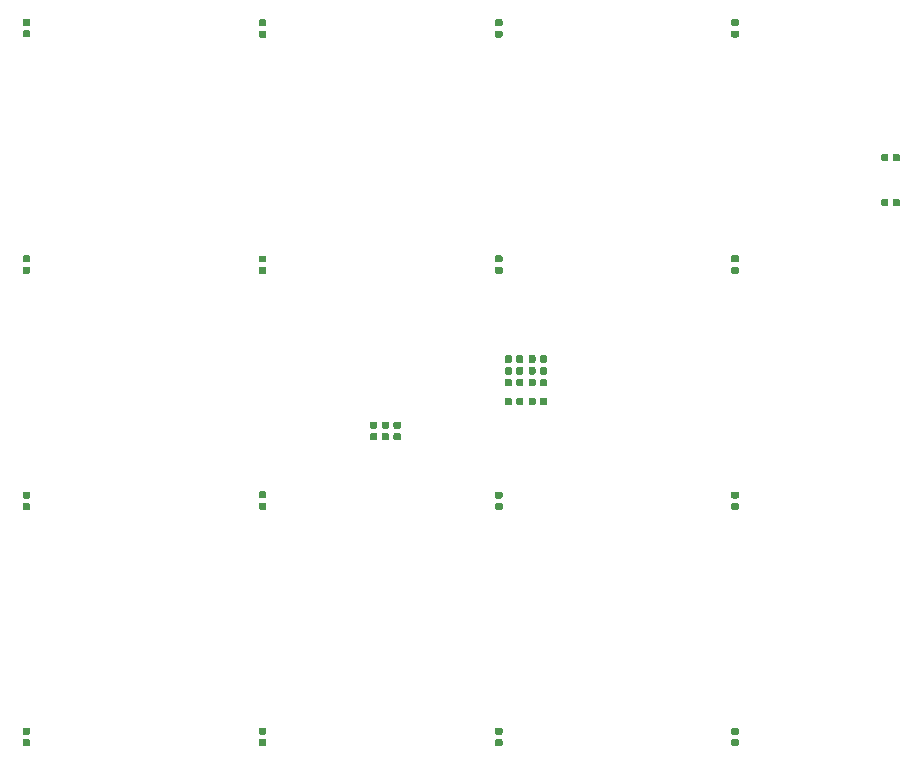
<source format=gbr>
G04 #@! TF.GenerationSoftware,KiCad,Pcbnew,(5.1.5)-3*
G04 #@! TF.CreationDate,2020-04-16T13:08:58+02:00*
G04 #@! TF.ProjectId,TGPG_breakoutboard,54475047-5f62-4726-9561-6b6f7574626f,rev?*
G04 #@! TF.SameCoordinates,Original*
G04 #@! TF.FileFunction,Paste,Top*
G04 #@! TF.FilePolarity,Positive*
%FSLAX46Y46*%
G04 Gerber Fmt 4.6, Leading zero omitted, Abs format (unit mm)*
G04 Created by KiCad (PCBNEW (5.1.5)-3) date 2020-04-16 13:08:58*
%MOMM*%
%LPD*%
G04 APERTURE LIST*
%ADD10C,0.100000*%
G04 APERTURE END LIST*
D10*
G36*
X152976958Y-91280710D02*
G01*
X152991276Y-91282834D01*
X153005317Y-91286351D01*
X153018946Y-91291228D01*
X153032031Y-91297417D01*
X153044447Y-91304858D01*
X153056073Y-91313481D01*
X153066798Y-91323202D01*
X153076519Y-91333927D01*
X153085142Y-91345553D01*
X153092583Y-91357969D01*
X153098772Y-91371054D01*
X153103649Y-91384683D01*
X153107166Y-91398724D01*
X153109290Y-91413042D01*
X153110000Y-91427500D01*
X153110000Y-91772500D01*
X153109290Y-91786958D01*
X153107166Y-91801276D01*
X153103649Y-91815317D01*
X153098772Y-91828946D01*
X153092583Y-91842031D01*
X153085142Y-91854447D01*
X153076519Y-91866073D01*
X153066798Y-91876798D01*
X153056073Y-91886519D01*
X153044447Y-91895142D01*
X153032031Y-91902583D01*
X153018946Y-91908772D01*
X153005317Y-91913649D01*
X152991276Y-91917166D01*
X152976958Y-91919290D01*
X152962500Y-91920000D01*
X152667500Y-91920000D01*
X152653042Y-91919290D01*
X152638724Y-91917166D01*
X152624683Y-91913649D01*
X152611054Y-91908772D01*
X152597969Y-91902583D01*
X152585553Y-91895142D01*
X152573927Y-91886519D01*
X152563202Y-91876798D01*
X152553481Y-91866073D01*
X152544858Y-91854447D01*
X152537417Y-91842031D01*
X152531228Y-91828946D01*
X152526351Y-91815317D01*
X152522834Y-91801276D01*
X152520710Y-91786958D01*
X152520000Y-91772500D01*
X152520000Y-91427500D01*
X152520710Y-91413042D01*
X152522834Y-91398724D01*
X152526351Y-91384683D01*
X152531228Y-91371054D01*
X152537417Y-91357969D01*
X152544858Y-91345553D01*
X152553481Y-91333927D01*
X152563202Y-91323202D01*
X152573927Y-91313481D01*
X152585553Y-91304858D01*
X152597969Y-91297417D01*
X152611054Y-91291228D01*
X152624683Y-91286351D01*
X152638724Y-91282834D01*
X152653042Y-91280710D01*
X152667500Y-91280000D01*
X152962500Y-91280000D01*
X152976958Y-91280710D01*
G37*
G36*
X153946958Y-91280710D02*
G01*
X153961276Y-91282834D01*
X153975317Y-91286351D01*
X153988946Y-91291228D01*
X154002031Y-91297417D01*
X154014447Y-91304858D01*
X154026073Y-91313481D01*
X154036798Y-91323202D01*
X154046519Y-91333927D01*
X154055142Y-91345553D01*
X154062583Y-91357969D01*
X154068772Y-91371054D01*
X154073649Y-91384683D01*
X154077166Y-91398724D01*
X154079290Y-91413042D01*
X154080000Y-91427500D01*
X154080000Y-91772500D01*
X154079290Y-91786958D01*
X154077166Y-91801276D01*
X154073649Y-91815317D01*
X154068772Y-91828946D01*
X154062583Y-91842031D01*
X154055142Y-91854447D01*
X154046519Y-91866073D01*
X154036798Y-91876798D01*
X154026073Y-91886519D01*
X154014447Y-91895142D01*
X154002031Y-91902583D01*
X153988946Y-91908772D01*
X153975317Y-91913649D01*
X153961276Y-91917166D01*
X153946958Y-91919290D01*
X153932500Y-91920000D01*
X153637500Y-91920000D01*
X153623042Y-91919290D01*
X153608724Y-91917166D01*
X153594683Y-91913649D01*
X153581054Y-91908772D01*
X153567969Y-91902583D01*
X153555553Y-91895142D01*
X153543927Y-91886519D01*
X153533202Y-91876798D01*
X153523481Y-91866073D01*
X153514858Y-91854447D01*
X153507417Y-91842031D01*
X153501228Y-91828946D01*
X153496351Y-91815317D01*
X153492834Y-91801276D01*
X153490710Y-91786958D01*
X153490000Y-91772500D01*
X153490000Y-91427500D01*
X153490710Y-91413042D01*
X153492834Y-91398724D01*
X153496351Y-91384683D01*
X153501228Y-91371054D01*
X153507417Y-91357969D01*
X153514858Y-91345553D01*
X153523481Y-91333927D01*
X153533202Y-91323202D01*
X153543927Y-91313481D01*
X153555553Y-91304858D01*
X153567969Y-91297417D01*
X153581054Y-91291228D01*
X153594683Y-91286351D01*
X153608724Y-91282834D01*
X153623042Y-91280710D01*
X153637500Y-91280000D01*
X153932500Y-91280000D01*
X153946958Y-91280710D01*
G37*
G36*
X151946958Y-91280710D02*
G01*
X151961276Y-91282834D01*
X151975317Y-91286351D01*
X151988946Y-91291228D01*
X152002031Y-91297417D01*
X152014447Y-91304858D01*
X152026073Y-91313481D01*
X152036798Y-91323202D01*
X152046519Y-91333927D01*
X152055142Y-91345553D01*
X152062583Y-91357969D01*
X152068772Y-91371054D01*
X152073649Y-91384683D01*
X152077166Y-91398724D01*
X152079290Y-91413042D01*
X152080000Y-91427500D01*
X152080000Y-91772500D01*
X152079290Y-91786958D01*
X152077166Y-91801276D01*
X152073649Y-91815317D01*
X152068772Y-91828946D01*
X152062583Y-91842031D01*
X152055142Y-91854447D01*
X152046519Y-91866073D01*
X152036798Y-91876798D01*
X152026073Y-91886519D01*
X152014447Y-91895142D01*
X152002031Y-91902583D01*
X151988946Y-91908772D01*
X151975317Y-91913649D01*
X151961276Y-91917166D01*
X151946958Y-91919290D01*
X151932500Y-91920000D01*
X151637500Y-91920000D01*
X151623042Y-91919290D01*
X151608724Y-91917166D01*
X151594683Y-91913649D01*
X151581054Y-91908772D01*
X151567969Y-91902583D01*
X151555553Y-91895142D01*
X151543927Y-91886519D01*
X151533202Y-91876798D01*
X151523481Y-91866073D01*
X151514858Y-91854447D01*
X151507417Y-91842031D01*
X151501228Y-91828946D01*
X151496351Y-91815317D01*
X151492834Y-91801276D01*
X151490710Y-91786958D01*
X151490000Y-91772500D01*
X151490000Y-91427500D01*
X151490710Y-91413042D01*
X151492834Y-91398724D01*
X151496351Y-91384683D01*
X151501228Y-91371054D01*
X151507417Y-91357969D01*
X151514858Y-91345553D01*
X151523481Y-91333927D01*
X151533202Y-91323202D01*
X151543927Y-91313481D01*
X151555553Y-91304858D01*
X151567969Y-91297417D01*
X151581054Y-91291228D01*
X151594683Y-91286351D01*
X151608724Y-91282834D01*
X151623042Y-91280710D01*
X151637500Y-91280000D01*
X151932500Y-91280000D01*
X151946958Y-91280710D01*
G37*
G36*
X150976958Y-91280710D02*
G01*
X150991276Y-91282834D01*
X151005317Y-91286351D01*
X151018946Y-91291228D01*
X151032031Y-91297417D01*
X151044447Y-91304858D01*
X151056073Y-91313481D01*
X151066798Y-91323202D01*
X151076519Y-91333927D01*
X151085142Y-91345553D01*
X151092583Y-91357969D01*
X151098772Y-91371054D01*
X151103649Y-91384683D01*
X151107166Y-91398724D01*
X151109290Y-91413042D01*
X151110000Y-91427500D01*
X151110000Y-91772500D01*
X151109290Y-91786958D01*
X151107166Y-91801276D01*
X151103649Y-91815317D01*
X151098772Y-91828946D01*
X151092583Y-91842031D01*
X151085142Y-91854447D01*
X151076519Y-91866073D01*
X151066798Y-91876798D01*
X151056073Y-91886519D01*
X151044447Y-91895142D01*
X151032031Y-91902583D01*
X151018946Y-91908772D01*
X151005317Y-91913649D01*
X150991276Y-91917166D01*
X150976958Y-91919290D01*
X150962500Y-91920000D01*
X150667500Y-91920000D01*
X150653042Y-91919290D01*
X150638724Y-91917166D01*
X150624683Y-91913649D01*
X150611054Y-91908772D01*
X150597969Y-91902583D01*
X150585553Y-91895142D01*
X150573927Y-91886519D01*
X150563202Y-91876798D01*
X150553481Y-91866073D01*
X150544858Y-91854447D01*
X150537417Y-91842031D01*
X150531228Y-91828946D01*
X150526351Y-91815317D01*
X150522834Y-91801276D01*
X150520710Y-91786958D01*
X150520000Y-91772500D01*
X150520000Y-91427500D01*
X150520710Y-91413042D01*
X150522834Y-91398724D01*
X150526351Y-91384683D01*
X150531228Y-91371054D01*
X150537417Y-91357969D01*
X150544858Y-91345553D01*
X150553481Y-91333927D01*
X150563202Y-91323202D01*
X150573927Y-91313481D01*
X150585553Y-91304858D01*
X150597969Y-91297417D01*
X150611054Y-91291228D01*
X150624683Y-91286351D01*
X150638724Y-91282834D01*
X150653042Y-91280710D01*
X150667500Y-91280000D01*
X150962500Y-91280000D01*
X150976958Y-91280710D01*
G37*
G36*
X152976958Y-89680710D02*
G01*
X152991276Y-89682834D01*
X153005317Y-89686351D01*
X153018946Y-89691228D01*
X153032031Y-89697417D01*
X153044447Y-89704858D01*
X153056073Y-89713481D01*
X153066798Y-89723202D01*
X153076519Y-89733927D01*
X153085142Y-89745553D01*
X153092583Y-89757969D01*
X153098772Y-89771054D01*
X153103649Y-89784683D01*
X153107166Y-89798724D01*
X153109290Y-89813042D01*
X153110000Y-89827500D01*
X153110000Y-90172500D01*
X153109290Y-90186958D01*
X153107166Y-90201276D01*
X153103649Y-90215317D01*
X153098772Y-90228946D01*
X153092583Y-90242031D01*
X153085142Y-90254447D01*
X153076519Y-90266073D01*
X153066798Y-90276798D01*
X153056073Y-90286519D01*
X153044447Y-90295142D01*
X153032031Y-90302583D01*
X153018946Y-90308772D01*
X153005317Y-90313649D01*
X152991276Y-90317166D01*
X152976958Y-90319290D01*
X152962500Y-90320000D01*
X152667500Y-90320000D01*
X152653042Y-90319290D01*
X152638724Y-90317166D01*
X152624683Y-90313649D01*
X152611054Y-90308772D01*
X152597969Y-90302583D01*
X152585553Y-90295142D01*
X152573927Y-90286519D01*
X152563202Y-90276798D01*
X152553481Y-90266073D01*
X152544858Y-90254447D01*
X152537417Y-90242031D01*
X152531228Y-90228946D01*
X152526351Y-90215317D01*
X152522834Y-90201276D01*
X152520710Y-90186958D01*
X152520000Y-90172500D01*
X152520000Y-89827500D01*
X152520710Y-89813042D01*
X152522834Y-89798724D01*
X152526351Y-89784683D01*
X152531228Y-89771054D01*
X152537417Y-89757969D01*
X152544858Y-89745553D01*
X152553481Y-89733927D01*
X152563202Y-89723202D01*
X152573927Y-89713481D01*
X152585553Y-89704858D01*
X152597969Y-89697417D01*
X152611054Y-89691228D01*
X152624683Y-89686351D01*
X152638724Y-89682834D01*
X152653042Y-89680710D01*
X152667500Y-89680000D01*
X152962500Y-89680000D01*
X152976958Y-89680710D01*
G37*
G36*
X153946958Y-89680710D02*
G01*
X153961276Y-89682834D01*
X153975317Y-89686351D01*
X153988946Y-89691228D01*
X154002031Y-89697417D01*
X154014447Y-89704858D01*
X154026073Y-89713481D01*
X154036798Y-89723202D01*
X154046519Y-89733927D01*
X154055142Y-89745553D01*
X154062583Y-89757969D01*
X154068772Y-89771054D01*
X154073649Y-89784683D01*
X154077166Y-89798724D01*
X154079290Y-89813042D01*
X154080000Y-89827500D01*
X154080000Y-90172500D01*
X154079290Y-90186958D01*
X154077166Y-90201276D01*
X154073649Y-90215317D01*
X154068772Y-90228946D01*
X154062583Y-90242031D01*
X154055142Y-90254447D01*
X154046519Y-90266073D01*
X154036798Y-90276798D01*
X154026073Y-90286519D01*
X154014447Y-90295142D01*
X154002031Y-90302583D01*
X153988946Y-90308772D01*
X153975317Y-90313649D01*
X153961276Y-90317166D01*
X153946958Y-90319290D01*
X153932500Y-90320000D01*
X153637500Y-90320000D01*
X153623042Y-90319290D01*
X153608724Y-90317166D01*
X153594683Y-90313649D01*
X153581054Y-90308772D01*
X153567969Y-90302583D01*
X153555553Y-90295142D01*
X153543927Y-90286519D01*
X153533202Y-90276798D01*
X153523481Y-90266073D01*
X153514858Y-90254447D01*
X153507417Y-90242031D01*
X153501228Y-90228946D01*
X153496351Y-90215317D01*
X153492834Y-90201276D01*
X153490710Y-90186958D01*
X153490000Y-90172500D01*
X153490000Y-89827500D01*
X153490710Y-89813042D01*
X153492834Y-89798724D01*
X153496351Y-89784683D01*
X153501228Y-89771054D01*
X153507417Y-89757969D01*
X153514858Y-89745553D01*
X153523481Y-89733927D01*
X153533202Y-89723202D01*
X153543927Y-89713481D01*
X153555553Y-89704858D01*
X153567969Y-89697417D01*
X153581054Y-89691228D01*
X153594683Y-89686351D01*
X153608724Y-89682834D01*
X153623042Y-89680710D01*
X153637500Y-89680000D01*
X153932500Y-89680000D01*
X153946958Y-89680710D01*
G37*
G36*
X152976958Y-88680710D02*
G01*
X152991276Y-88682834D01*
X153005317Y-88686351D01*
X153018946Y-88691228D01*
X153032031Y-88697417D01*
X153044447Y-88704858D01*
X153056073Y-88713481D01*
X153066798Y-88723202D01*
X153076519Y-88733927D01*
X153085142Y-88745553D01*
X153092583Y-88757969D01*
X153098772Y-88771054D01*
X153103649Y-88784683D01*
X153107166Y-88798724D01*
X153109290Y-88813042D01*
X153110000Y-88827500D01*
X153110000Y-89172500D01*
X153109290Y-89186958D01*
X153107166Y-89201276D01*
X153103649Y-89215317D01*
X153098772Y-89228946D01*
X153092583Y-89242031D01*
X153085142Y-89254447D01*
X153076519Y-89266073D01*
X153066798Y-89276798D01*
X153056073Y-89286519D01*
X153044447Y-89295142D01*
X153032031Y-89302583D01*
X153018946Y-89308772D01*
X153005317Y-89313649D01*
X152991276Y-89317166D01*
X152976958Y-89319290D01*
X152962500Y-89320000D01*
X152667500Y-89320000D01*
X152653042Y-89319290D01*
X152638724Y-89317166D01*
X152624683Y-89313649D01*
X152611054Y-89308772D01*
X152597969Y-89302583D01*
X152585553Y-89295142D01*
X152573927Y-89286519D01*
X152563202Y-89276798D01*
X152553481Y-89266073D01*
X152544858Y-89254447D01*
X152537417Y-89242031D01*
X152531228Y-89228946D01*
X152526351Y-89215317D01*
X152522834Y-89201276D01*
X152520710Y-89186958D01*
X152520000Y-89172500D01*
X152520000Y-88827500D01*
X152520710Y-88813042D01*
X152522834Y-88798724D01*
X152526351Y-88784683D01*
X152531228Y-88771054D01*
X152537417Y-88757969D01*
X152544858Y-88745553D01*
X152553481Y-88733927D01*
X152563202Y-88723202D01*
X152573927Y-88713481D01*
X152585553Y-88704858D01*
X152597969Y-88697417D01*
X152611054Y-88691228D01*
X152624683Y-88686351D01*
X152638724Y-88682834D01*
X152653042Y-88680710D01*
X152667500Y-88680000D01*
X152962500Y-88680000D01*
X152976958Y-88680710D01*
G37*
G36*
X153946958Y-88680710D02*
G01*
X153961276Y-88682834D01*
X153975317Y-88686351D01*
X153988946Y-88691228D01*
X154002031Y-88697417D01*
X154014447Y-88704858D01*
X154026073Y-88713481D01*
X154036798Y-88723202D01*
X154046519Y-88733927D01*
X154055142Y-88745553D01*
X154062583Y-88757969D01*
X154068772Y-88771054D01*
X154073649Y-88784683D01*
X154077166Y-88798724D01*
X154079290Y-88813042D01*
X154080000Y-88827500D01*
X154080000Y-89172500D01*
X154079290Y-89186958D01*
X154077166Y-89201276D01*
X154073649Y-89215317D01*
X154068772Y-89228946D01*
X154062583Y-89242031D01*
X154055142Y-89254447D01*
X154046519Y-89266073D01*
X154036798Y-89276798D01*
X154026073Y-89286519D01*
X154014447Y-89295142D01*
X154002031Y-89302583D01*
X153988946Y-89308772D01*
X153975317Y-89313649D01*
X153961276Y-89317166D01*
X153946958Y-89319290D01*
X153932500Y-89320000D01*
X153637500Y-89320000D01*
X153623042Y-89319290D01*
X153608724Y-89317166D01*
X153594683Y-89313649D01*
X153581054Y-89308772D01*
X153567969Y-89302583D01*
X153555553Y-89295142D01*
X153543927Y-89286519D01*
X153533202Y-89276798D01*
X153523481Y-89266073D01*
X153514858Y-89254447D01*
X153507417Y-89242031D01*
X153501228Y-89228946D01*
X153496351Y-89215317D01*
X153492834Y-89201276D01*
X153490710Y-89186958D01*
X153490000Y-89172500D01*
X153490000Y-88827500D01*
X153490710Y-88813042D01*
X153492834Y-88798724D01*
X153496351Y-88784683D01*
X153501228Y-88771054D01*
X153507417Y-88757969D01*
X153514858Y-88745553D01*
X153523481Y-88733927D01*
X153533202Y-88723202D01*
X153543927Y-88713481D01*
X153555553Y-88704858D01*
X153567969Y-88697417D01*
X153581054Y-88691228D01*
X153594683Y-88686351D01*
X153608724Y-88682834D01*
X153623042Y-88680710D01*
X153637500Y-88680000D01*
X153932500Y-88680000D01*
X153946958Y-88680710D01*
G37*
G36*
X152976958Y-87680710D02*
G01*
X152991276Y-87682834D01*
X153005317Y-87686351D01*
X153018946Y-87691228D01*
X153032031Y-87697417D01*
X153044447Y-87704858D01*
X153056073Y-87713481D01*
X153066798Y-87723202D01*
X153076519Y-87733927D01*
X153085142Y-87745553D01*
X153092583Y-87757969D01*
X153098772Y-87771054D01*
X153103649Y-87784683D01*
X153107166Y-87798724D01*
X153109290Y-87813042D01*
X153110000Y-87827500D01*
X153110000Y-88172500D01*
X153109290Y-88186958D01*
X153107166Y-88201276D01*
X153103649Y-88215317D01*
X153098772Y-88228946D01*
X153092583Y-88242031D01*
X153085142Y-88254447D01*
X153076519Y-88266073D01*
X153066798Y-88276798D01*
X153056073Y-88286519D01*
X153044447Y-88295142D01*
X153032031Y-88302583D01*
X153018946Y-88308772D01*
X153005317Y-88313649D01*
X152991276Y-88317166D01*
X152976958Y-88319290D01*
X152962500Y-88320000D01*
X152667500Y-88320000D01*
X152653042Y-88319290D01*
X152638724Y-88317166D01*
X152624683Y-88313649D01*
X152611054Y-88308772D01*
X152597969Y-88302583D01*
X152585553Y-88295142D01*
X152573927Y-88286519D01*
X152563202Y-88276798D01*
X152553481Y-88266073D01*
X152544858Y-88254447D01*
X152537417Y-88242031D01*
X152531228Y-88228946D01*
X152526351Y-88215317D01*
X152522834Y-88201276D01*
X152520710Y-88186958D01*
X152520000Y-88172500D01*
X152520000Y-87827500D01*
X152520710Y-87813042D01*
X152522834Y-87798724D01*
X152526351Y-87784683D01*
X152531228Y-87771054D01*
X152537417Y-87757969D01*
X152544858Y-87745553D01*
X152553481Y-87733927D01*
X152563202Y-87723202D01*
X152573927Y-87713481D01*
X152585553Y-87704858D01*
X152597969Y-87697417D01*
X152611054Y-87691228D01*
X152624683Y-87686351D01*
X152638724Y-87682834D01*
X152653042Y-87680710D01*
X152667500Y-87680000D01*
X152962500Y-87680000D01*
X152976958Y-87680710D01*
G37*
G36*
X153946958Y-87680710D02*
G01*
X153961276Y-87682834D01*
X153975317Y-87686351D01*
X153988946Y-87691228D01*
X154002031Y-87697417D01*
X154014447Y-87704858D01*
X154026073Y-87713481D01*
X154036798Y-87723202D01*
X154046519Y-87733927D01*
X154055142Y-87745553D01*
X154062583Y-87757969D01*
X154068772Y-87771054D01*
X154073649Y-87784683D01*
X154077166Y-87798724D01*
X154079290Y-87813042D01*
X154080000Y-87827500D01*
X154080000Y-88172500D01*
X154079290Y-88186958D01*
X154077166Y-88201276D01*
X154073649Y-88215317D01*
X154068772Y-88228946D01*
X154062583Y-88242031D01*
X154055142Y-88254447D01*
X154046519Y-88266073D01*
X154036798Y-88276798D01*
X154026073Y-88286519D01*
X154014447Y-88295142D01*
X154002031Y-88302583D01*
X153988946Y-88308772D01*
X153975317Y-88313649D01*
X153961276Y-88317166D01*
X153946958Y-88319290D01*
X153932500Y-88320000D01*
X153637500Y-88320000D01*
X153623042Y-88319290D01*
X153608724Y-88317166D01*
X153594683Y-88313649D01*
X153581054Y-88308772D01*
X153567969Y-88302583D01*
X153555553Y-88295142D01*
X153543927Y-88286519D01*
X153533202Y-88276798D01*
X153523481Y-88266073D01*
X153514858Y-88254447D01*
X153507417Y-88242031D01*
X153501228Y-88228946D01*
X153496351Y-88215317D01*
X153492834Y-88201276D01*
X153490710Y-88186958D01*
X153490000Y-88172500D01*
X153490000Y-87827500D01*
X153490710Y-87813042D01*
X153492834Y-87798724D01*
X153496351Y-87784683D01*
X153501228Y-87771054D01*
X153507417Y-87757969D01*
X153514858Y-87745553D01*
X153523481Y-87733927D01*
X153533202Y-87723202D01*
X153543927Y-87713481D01*
X153555553Y-87704858D01*
X153567969Y-87697417D01*
X153581054Y-87691228D01*
X153594683Y-87686351D01*
X153608724Y-87682834D01*
X153623042Y-87680710D01*
X153637500Y-87680000D01*
X153932500Y-87680000D01*
X153946958Y-87680710D01*
G37*
G36*
X151946958Y-89680710D02*
G01*
X151961276Y-89682834D01*
X151975317Y-89686351D01*
X151988946Y-89691228D01*
X152002031Y-89697417D01*
X152014447Y-89704858D01*
X152026073Y-89713481D01*
X152036798Y-89723202D01*
X152046519Y-89733927D01*
X152055142Y-89745553D01*
X152062583Y-89757969D01*
X152068772Y-89771054D01*
X152073649Y-89784683D01*
X152077166Y-89798724D01*
X152079290Y-89813042D01*
X152080000Y-89827500D01*
X152080000Y-90172500D01*
X152079290Y-90186958D01*
X152077166Y-90201276D01*
X152073649Y-90215317D01*
X152068772Y-90228946D01*
X152062583Y-90242031D01*
X152055142Y-90254447D01*
X152046519Y-90266073D01*
X152036798Y-90276798D01*
X152026073Y-90286519D01*
X152014447Y-90295142D01*
X152002031Y-90302583D01*
X151988946Y-90308772D01*
X151975317Y-90313649D01*
X151961276Y-90317166D01*
X151946958Y-90319290D01*
X151932500Y-90320000D01*
X151637500Y-90320000D01*
X151623042Y-90319290D01*
X151608724Y-90317166D01*
X151594683Y-90313649D01*
X151581054Y-90308772D01*
X151567969Y-90302583D01*
X151555553Y-90295142D01*
X151543927Y-90286519D01*
X151533202Y-90276798D01*
X151523481Y-90266073D01*
X151514858Y-90254447D01*
X151507417Y-90242031D01*
X151501228Y-90228946D01*
X151496351Y-90215317D01*
X151492834Y-90201276D01*
X151490710Y-90186958D01*
X151490000Y-90172500D01*
X151490000Y-89827500D01*
X151490710Y-89813042D01*
X151492834Y-89798724D01*
X151496351Y-89784683D01*
X151501228Y-89771054D01*
X151507417Y-89757969D01*
X151514858Y-89745553D01*
X151523481Y-89733927D01*
X151533202Y-89723202D01*
X151543927Y-89713481D01*
X151555553Y-89704858D01*
X151567969Y-89697417D01*
X151581054Y-89691228D01*
X151594683Y-89686351D01*
X151608724Y-89682834D01*
X151623042Y-89680710D01*
X151637500Y-89680000D01*
X151932500Y-89680000D01*
X151946958Y-89680710D01*
G37*
G36*
X150976958Y-89680710D02*
G01*
X150991276Y-89682834D01*
X151005317Y-89686351D01*
X151018946Y-89691228D01*
X151032031Y-89697417D01*
X151044447Y-89704858D01*
X151056073Y-89713481D01*
X151066798Y-89723202D01*
X151076519Y-89733927D01*
X151085142Y-89745553D01*
X151092583Y-89757969D01*
X151098772Y-89771054D01*
X151103649Y-89784683D01*
X151107166Y-89798724D01*
X151109290Y-89813042D01*
X151110000Y-89827500D01*
X151110000Y-90172500D01*
X151109290Y-90186958D01*
X151107166Y-90201276D01*
X151103649Y-90215317D01*
X151098772Y-90228946D01*
X151092583Y-90242031D01*
X151085142Y-90254447D01*
X151076519Y-90266073D01*
X151066798Y-90276798D01*
X151056073Y-90286519D01*
X151044447Y-90295142D01*
X151032031Y-90302583D01*
X151018946Y-90308772D01*
X151005317Y-90313649D01*
X150991276Y-90317166D01*
X150976958Y-90319290D01*
X150962500Y-90320000D01*
X150667500Y-90320000D01*
X150653042Y-90319290D01*
X150638724Y-90317166D01*
X150624683Y-90313649D01*
X150611054Y-90308772D01*
X150597969Y-90302583D01*
X150585553Y-90295142D01*
X150573927Y-90286519D01*
X150563202Y-90276798D01*
X150553481Y-90266073D01*
X150544858Y-90254447D01*
X150537417Y-90242031D01*
X150531228Y-90228946D01*
X150526351Y-90215317D01*
X150522834Y-90201276D01*
X150520710Y-90186958D01*
X150520000Y-90172500D01*
X150520000Y-89827500D01*
X150520710Y-89813042D01*
X150522834Y-89798724D01*
X150526351Y-89784683D01*
X150531228Y-89771054D01*
X150537417Y-89757969D01*
X150544858Y-89745553D01*
X150553481Y-89733927D01*
X150563202Y-89723202D01*
X150573927Y-89713481D01*
X150585553Y-89704858D01*
X150597969Y-89697417D01*
X150611054Y-89691228D01*
X150624683Y-89686351D01*
X150638724Y-89682834D01*
X150653042Y-89680710D01*
X150667500Y-89680000D01*
X150962500Y-89680000D01*
X150976958Y-89680710D01*
G37*
G36*
X151946958Y-88680710D02*
G01*
X151961276Y-88682834D01*
X151975317Y-88686351D01*
X151988946Y-88691228D01*
X152002031Y-88697417D01*
X152014447Y-88704858D01*
X152026073Y-88713481D01*
X152036798Y-88723202D01*
X152046519Y-88733927D01*
X152055142Y-88745553D01*
X152062583Y-88757969D01*
X152068772Y-88771054D01*
X152073649Y-88784683D01*
X152077166Y-88798724D01*
X152079290Y-88813042D01*
X152080000Y-88827500D01*
X152080000Y-89172500D01*
X152079290Y-89186958D01*
X152077166Y-89201276D01*
X152073649Y-89215317D01*
X152068772Y-89228946D01*
X152062583Y-89242031D01*
X152055142Y-89254447D01*
X152046519Y-89266073D01*
X152036798Y-89276798D01*
X152026073Y-89286519D01*
X152014447Y-89295142D01*
X152002031Y-89302583D01*
X151988946Y-89308772D01*
X151975317Y-89313649D01*
X151961276Y-89317166D01*
X151946958Y-89319290D01*
X151932500Y-89320000D01*
X151637500Y-89320000D01*
X151623042Y-89319290D01*
X151608724Y-89317166D01*
X151594683Y-89313649D01*
X151581054Y-89308772D01*
X151567969Y-89302583D01*
X151555553Y-89295142D01*
X151543927Y-89286519D01*
X151533202Y-89276798D01*
X151523481Y-89266073D01*
X151514858Y-89254447D01*
X151507417Y-89242031D01*
X151501228Y-89228946D01*
X151496351Y-89215317D01*
X151492834Y-89201276D01*
X151490710Y-89186958D01*
X151490000Y-89172500D01*
X151490000Y-88827500D01*
X151490710Y-88813042D01*
X151492834Y-88798724D01*
X151496351Y-88784683D01*
X151501228Y-88771054D01*
X151507417Y-88757969D01*
X151514858Y-88745553D01*
X151523481Y-88733927D01*
X151533202Y-88723202D01*
X151543927Y-88713481D01*
X151555553Y-88704858D01*
X151567969Y-88697417D01*
X151581054Y-88691228D01*
X151594683Y-88686351D01*
X151608724Y-88682834D01*
X151623042Y-88680710D01*
X151637500Y-88680000D01*
X151932500Y-88680000D01*
X151946958Y-88680710D01*
G37*
G36*
X150976958Y-88680710D02*
G01*
X150991276Y-88682834D01*
X151005317Y-88686351D01*
X151018946Y-88691228D01*
X151032031Y-88697417D01*
X151044447Y-88704858D01*
X151056073Y-88713481D01*
X151066798Y-88723202D01*
X151076519Y-88733927D01*
X151085142Y-88745553D01*
X151092583Y-88757969D01*
X151098772Y-88771054D01*
X151103649Y-88784683D01*
X151107166Y-88798724D01*
X151109290Y-88813042D01*
X151110000Y-88827500D01*
X151110000Y-89172500D01*
X151109290Y-89186958D01*
X151107166Y-89201276D01*
X151103649Y-89215317D01*
X151098772Y-89228946D01*
X151092583Y-89242031D01*
X151085142Y-89254447D01*
X151076519Y-89266073D01*
X151066798Y-89276798D01*
X151056073Y-89286519D01*
X151044447Y-89295142D01*
X151032031Y-89302583D01*
X151018946Y-89308772D01*
X151005317Y-89313649D01*
X150991276Y-89317166D01*
X150976958Y-89319290D01*
X150962500Y-89320000D01*
X150667500Y-89320000D01*
X150653042Y-89319290D01*
X150638724Y-89317166D01*
X150624683Y-89313649D01*
X150611054Y-89308772D01*
X150597969Y-89302583D01*
X150585553Y-89295142D01*
X150573927Y-89286519D01*
X150563202Y-89276798D01*
X150553481Y-89266073D01*
X150544858Y-89254447D01*
X150537417Y-89242031D01*
X150531228Y-89228946D01*
X150526351Y-89215317D01*
X150522834Y-89201276D01*
X150520710Y-89186958D01*
X150520000Y-89172500D01*
X150520000Y-88827500D01*
X150520710Y-88813042D01*
X150522834Y-88798724D01*
X150526351Y-88784683D01*
X150531228Y-88771054D01*
X150537417Y-88757969D01*
X150544858Y-88745553D01*
X150553481Y-88733927D01*
X150563202Y-88723202D01*
X150573927Y-88713481D01*
X150585553Y-88704858D01*
X150597969Y-88697417D01*
X150611054Y-88691228D01*
X150624683Y-88686351D01*
X150638724Y-88682834D01*
X150653042Y-88680710D01*
X150667500Y-88680000D01*
X150962500Y-88680000D01*
X150976958Y-88680710D01*
G37*
G36*
X151931958Y-87680710D02*
G01*
X151946276Y-87682834D01*
X151960317Y-87686351D01*
X151973946Y-87691228D01*
X151987031Y-87697417D01*
X151999447Y-87704858D01*
X152011073Y-87713481D01*
X152021798Y-87723202D01*
X152031519Y-87733927D01*
X152040142Y-87745553D01*
X152047583Y-87757969D01*
X152053772Y-87771054D01*
X152058649Y-87784683D01*
X152062166Y-87798724D01*
X152064290Y-87813042D01*
X152065000Y-87827500D01*
X152065000Y-88172500D01*
X152064290Y-88186958D01*
X152062166Y-88201276D01*
X152058649Y-88215317D01*
X152053772Y-88228946D01*
X152047583Y-88242031D01*
X152040142Y-88254447D01*
X152031519Y-88266073D01*
X152021798Y-88276798D01*
X152011073Y-88286519D01*
X151999447Y-88295142D01*
X151987031Y-88302583D01*
X151973946Y-88308772D01*
X151960317Y-88313649D01*
X151946276Y-88317166D01*
X151931958Y-88319290D01*
X151917500Y-88320000D01*
X151622500Y-88320000D01*
X151608042Y-88319290D01*
X151593724Y-88317166D01*
X151579683Y-88313649D01*
X151566054Y-88308772D01*
X151552969Y-88302583D01*
X151540553Y-88295142D01*
X151528927Y-88286519D01*
X151518202Y-88276798D01*
X151508481Y-88266073D01*
X151499858Y-88254447D01*
X151492417Y-88242031D01*
X151486228Y-88228946D01*
X151481351Y-88215317D01*
X151477834Y-88201276D01*
X151475710Y-88186958D01*
X151475000Y-88172500D01*
X151475000Y-87827500D01*
X151475710Y-87813042D01*
X151477834Y-87798724D01*
X151481351Y-87784683D01*
X151486228Y-87771054D01*
X151492417Y-87757969D01*
X151499858Y-87745553D01*
X151508481Y-87733927D01*
X151518202Y-87723202D01*
X151528927Y-87713481D01*
X151540553Y-87704858D01*
X151552969Y-87697417D01*
X151566054Y-87691228D01*
X151579683Y-87686351D01*
X151593724Y-87682834D01*
X151608042Y-87680710D01*
X151622500Y-87680000D01*
X151917500Y-87680000D01*
X151931958Y-87680710D01*
G37*
G36*
X150961958Y-87680710D02*
G01*
X150976276Y-87682834D01*
X150990317Y-87686351D01*
X151003946Y-87691228D01*
X151017031Y-87697417D01*
X151029447Y-87704858D01*
X151041073Y-87713481D01*
X151051798Y-87723202D01*
X151061519Y-87733927D01*
X151070142Y-87745553D01*
X151077583Y-87757969D01*
X151083772Y-87771054D01*
X151088649Y-87784683D01*
X151092166Y-87798724D01*
X151094290Y-87813042D01*
X151095000Y-87827500D01*
X151095000Y-88172500D01*
X151094290Y-88186958D01*
X151092166Y-88201276D01*
X151088649Y-88215317D01*
X151083772Y-88228946D01*
X151077583Y-88242031D01*
X151070142Y-88254447D01*
X151061519Y-88266073D01*
X151051798Y-88276798D01*
X151041073Y-88286519D01*
X151029447Y-88295142D01*
X151017031Y-88302583D01*
X151003946Y-88308772D01*
X150990317Y-88313649D01*
X150976276Y-88317166D01*
X150961958Y-88319290D01*
X150947500Y-88320000D01*
X150652500Y-88320000D01*
X150638042Y-88319290D01*
X150623724Y-88317166D01*
X150609683Y-88313649D01*
X150596054Y-88308772D01*
X150582969Y-88302583D01*
X150570553Y-88295142D01*
X150558927Y-88286519D01*
X150548202Y-88276798D01*
X150538481Y-88266073D01*
X150529858Y-88254447D01*
X150522417Y-88242031D01*
X150516228Y-88228946D01*
X150511351Y-88215317D01*
X150507834Y-88201276D01*
X150505710Y-88186958D01*
X150505000Y-88172500D01*
X150505000Y-87827500D01*
X150505710Y-87813042D01*
X150507834Y-87798724D01*
X150511351Y-87784683D01*
X150516228Y-87771054D01*
X150522417Y-87757969D01*
X150529858Y-87745553D01*
X150538481Y-87733927D01*
X150548202Y-87723202D01*
X150558927Y-87713481D01*
X150570553Y-87704858D01*
X150582969Y-87697417D01*
X150596054Y-87691228D01*
X150609683Y-87686351D01*
X150623724Y-87682834D01*
X150638042Y-87680710D01*
X150652500Y-87680000D01*
X150947500Y-87680000D01*
X150961958Y-87680710D01*
G37*
G36*
X183826958Y-74440710D02*
G01*
X183841276Y-74442834D01*
X183855317Y-74446351D01*
X183868946Y-74451228D01*
X183882031Y-74457417D01*
X183894447Y-74464858D01*
X183906073Y-74473481D01*
X183916798Y-74483202D01*
X183926519Y-74493927D01*
X183935142Y-74505553D01*
X183942583Y-74517969D01*
X183948772Y-74531054D01*
X183953649Y-74544683D01*
X183957166Y-74558724D01*
X183959290Y-74573042D01*
X183960000Y-74587500D01*
X183960000Y-74932500D01*
X183959290Y-74946958D01*
X183957166Y-74961276D01*
X183953649Y-74975317D01*
X183948772Y-74988946D01*
X183942583Y-75002031D01*
X183935142Y-75014447D01*
X183926519Y-75026073D01*
X183916798Y-75036798D01*
X183906073Y-75046519D01*
X183894447Y-75055142D01*
X183882031Y-75062583D01*
X183868946Y-75068772D01*
X183855317Y-75073649D01*
X183841276Y-75077166D01*
X183826958Y-75079290D01*
X183812500Y-75080000D01*
X183517500Y-75080000D01*
X183503042Y-75079290D01*
X183488724Y-75077166D01*
X183474683Y-75073649D01*
X183461054Y-75068772D01*
X183447969Y-75062583D01*
X183435553Y-75055142D01*
X183423927Y-75046519D01*
X183413202Y-75036798D01*
X183403481Y-75026073D01*
X183394858Y-75014447D01*
X183387417Y-75002031D01*
X183381228Y-74988946D01*
X183376351Y-74975317D01*
X183372834Y-74961276D01*
X183370710Y-74946958D01*
X183370000Y-74932500D01*
X183370000Y-74587500D01*
X183370710Y-74573042D01*
X183372834Y-74558724D01*
X183376351Y-74544683D01*
X183381228Y-74531054D01*
X183387417Y-74517969D01*
X183394858Y-74505553D01*
X183403481Y-74493927D01*
X183413202Y-74483202D01*
X183423927Y-74473481D01*
X183435553Y-74464858D01*
X183447969Y-74457417D01*
X183461054Y-74451228D01*
X183474683Y-74446351D01*
X183488724Y-74442834D01*
X183503042Y-74440710D01*
X183517500Y-74440000D01*
X183812500Y-74440000D01*
X183826958Y-74440710D01*
G37*
G36*
X182856958Y-74440710D02*
G01*
X182871276Y-74442834D01*
X182885317Y-74446351D01*
X182898946Y-74451228D01*
X182912031Y-74457417D01*
X182924447Y-74464858D01*
X182936073Y-74473481D01*
X182946798Y-74483202D01*
X182956519Y-74493927D01*
X182965142Y-74505553D01*
X182972583Y-74517969D01*
X182978772Y-74531054D01*
X182983649Y-74544683D01*
X182987166Y-74558724D01*
X182989290Y-74573042D01*
X182990000Y-74587500D01*
X182990000Y-74932500D01*
X182989290Y-74946958D01*
X182987166Y-74961276D01*
X182983649Y-74975317D01*
X182978772Y-74988946D01*
X182972583Y-75002031D01*
X182965142Y-75014447D01*
X182956519Y-75026073D01*
X182946798Y-75036798D01*
X182936073Y-75046519D01*
X182924447Y-75055142D01*
X182912031Y-75062583D01*
X182898946Y-75068772D01*
X182885317Y-75073649D01*
X182871276Y-75077166D01*
X182856958Y-75079290D01*
X182842500Y-75080000D01*
X182547500Y-75080000D01*
X182533042Y-75079290D01*
X182518724Y-75077166D01*
X182504683Y-75073649D01*
X182491054Y-75068772D01*
X182477969Y-75062583D01*
X182465553Y-75055142D01*
X182453927Y-75046519D01*
X182443202Y-75036798D01*
X182433481Y-75026073D01*
X182424858Y-75014447D01*
X182417417Y-75002031D01*
X182411228Y-74988946D01*
X182406351Y-74975317D01*
X182402834Y-74961276D01*
X182400710Y-74946958D01*
X182400000Y-74932500D01*
X182400000Y-74587500D01*
X182400710Y-74573042D01*
X182402834Y-74558724D01*
X182406351Y-74544683D01*
X182411228Y-74531054D01*
X182417417Y-74517969D01*
X182424858Y-74505553D01*
X182433481Y-74493927D01*
X182443202Y-74483202D01*
X182453927Y-74473481D01*
X182465553Y-74464858D01*
X182477969Y-74457417D01*
X182491054Y-74451228D01*
X182504683Y-74446351D01*
X182518724Y-74442834D01*
X182533042Y-74440710D01*
X182547500Y-74440000D01*
X182842500Y-74440000D01*
X182856958Y-74440710D01*
G37*
G36*
X183826958Y-70630710D02*
G01*
X183841276Y-70632834D01*
X183855317Y-70636351D01*
X183868946Y-70641228D01*
X183882031Y-70647417D01*
X183894447Y-70654858D01*
X183906073Y-70663481D01*
X183916798Y-70673202D01*
X183926519Y-70683927D01*
X183935142Y-70695553D01*
X183942583Y-70707969D01*
X183948772Y-70721054D01*
X183953649Y-70734683D01*
X183957166Y-70748724D01*
X183959290Y-70763042D01*
X183960000Y-70777500D01*
X183960000Y-71122500D01*
X183959290Y-71136958D01*
X183957166Y-71151276D01*
X183953649Y-71165317D01*
X183948772Y-71178946D01*
X183942583Y-71192031D01*
X183935142Y-71204447D01*
X183926519Y-71216073D01*
X183916798Y-71226798D01*
X183906073Y-71236519D01*
X183894447Y-71245142D01*
X183882031Y-71252583D01*
X183868946Y-71258772D01*
X183855317Y-71263649D01*
X183841276Y-71267166D01*
X183826958Y-71269290D01*
X183812500Y-71270000D01*
X183517500Y-71270000D01*
X183503042Y-71269290D01*
X183488724Y-71267166D01*
X183474683Y-71263649D01*
X183461054Y-71258772D01*
X183447969Y-71252583D01*
X183435553Y-71245142D01*
X183423927Y-71236519D01*
X183413202Y-71226798D01*
X183403481Y-71216073D01*
X183394858Y-71204447D01*
X183387417Y-71192031D01*
X183381228Y-71178946D01*
X183376351Y-71165317D01*
X183372834Y-71151276D01*
X183370710Y-71136958D01*
X183370000Y-71122500D01*
X183370000Y-70777500D01*
X183370710Y-70763042D01*
X183372834Y-70748724D01*
X183376351Y-70734683D01*
X183381228Y-70721054D01*
X183387417Y-70707969D01*
X183394858Y-70695553D01*
X183403481Y-70683927D01*
X183413202Y-70673202D01*
X183423927Y-70663481D01*
X183435553Y-70654858D01*
X183447969Y-70647417D01*
X183461054Y-70641228D01*
X183474683Y-70636351D01*
X183488724Y-70632834D01*
X183503042Y-70630710D01*
X183517500Y-70630000D01*
X183812500Y-70630000D01*
X183826958Y-70630710D01*
G37*
G36*
X182856958Y-70630710D02*
G01*
X182871276Y-70632834D01*
X182885317Y-70636351D01*
X182898946Y-70641228D01*
X182912031Y-70647417D01*
X182924447Y-70654858D01*
X182936073Y-70663481D01*
X182946798Y-70673202D01*
X182956519Y-70683927D01*
X182965142Y-70695553D01*
X182972583Y-70707969D01*
X182978772Y-70721054D01*
X182983649Y-70734683D01*
X182987166Y-70748724D01*
X182989290Y-70763042D01*
X182990000Y-70777500D01*
X182990000Y-71122500D01*
X182989290Y-71136958D01*
X182987166Y-71151276D01*
X182983649Y-71165317D01*
X182978772Y-71178946D01*
X182972583Y-71192031D01*
X182965142Y-71204447D01*
X182956519Y-71216073D01*
X182946798Y-71226798D01*
X182936073Y-71236519D01*
X182924447Y-71245142D01*
X182912031Y-71252583D01*
X182898946Y-71258772D01*
X182885317Y-71263649D01*
X182871276Y-71267166D01*
X182856958Y-71269290D01*
X182842500Y-71270000D01*
X182547500Y-71270000D01*
X182533042Y-71269290D01*
X182518724Y-71267166D01*
X182504683Y-71263649D01*
X182491054Y-71258772D01*
X182477969Y-71252583D01*
X182465553Y-71245142D01*
X182453927Y-71236519D01*
X182443202Y-71226798D01*
X182433481Y-71216073D01*
X182424858Y-71204447D01*
X182417417Y-71192031D01*
X182411228Y-71178946D01*
X182406351Y-71165317D01*
X182402834Y-71151276D01*
X182400710Y-71136958D01*
X182400000Y-71122500D01*
X182400000Y-70777500D01*
X182400710Y-70763042D01*
X182402834Y-70748724D01*
X182406351Y-70734683D01*
X182411228Y-70721054D01*
X182417417Y-70707969D01*
X182424858Y-70695553D01*
X182433481Y-70683927D01*
X182443202Y-70673202D01*
X182453927Y-70663481D01*
X182465553Y-70654858D01*
X182477969Y-70647417D01*
X182491054Y-70641228D01*
X182504683Y-70636351D01*
X182518724Y-70632834D01*
X182533042Y-70630710D01*
X182547500Y-70630000D01*
X182842500Y-70630000D01*
X182856958Y-70630710D01*
G37*
G36*
X139586958Y-94275710D02*
G01*
X139601276Y-94277834D01*
X139615317Y-94281351D01*
X139628946Y-94286228D01*
X139642031Y-94292417D01*
X139654447Y-94299858D01*
X139666073Y-94308481D01*
X139676798Y-94318202D01*
X139686519Y-94328927D01*
X139695142Y-94340553D01*
X139702583Y-94352969D01*
X139708772Y-94366054D01*
X139713649Y-94379683D01*
X139717166Y-94393724D01*
X139719290Y-94408042D01*
X139720000Y-94422500D01*
X139720000Y-94717500D01*
X139719290Y-94731958D01*
X139717166Y-94746276D01*
X139713649Y-94760317D01*
X139708772Y-94773946D01*
X139702583Y-94787031D01*
X139695142Y-94799447D01*
X139686519Y-94811073D01*
X139676798Y-94821798D01*
X139666073Y-94831519D01*
X139654447Y-94840142D01*
X139642031Y-94847583D01*
X139628946Y-94853772D01*
X139615317Y-94858649D01*
X139601276Y-94862166D01*
X139586958Y-94864290D01*
X139572500Y-94865000D01*
X139227500Y-94865000D01*
X139213042Y-94864290D01*
X139198724Y-94862166D01*
X139184683Y-94858649D01*
X139171054Y-94853772D01*
X139157969Y-94847583D01*
X139145553Y-94840142D01*
X139133927Y-94831519D01*
X139123202Y-94821798D01*
X139113481Y-94811073D01*
X139104858Y-94799447D01*
X139097417Y-94787031D01*
X139091228Y-94773946D01*
X139086351Y-94760317D01*
X139082834Y-94746276D01*
X139080710Y-94731958D01*
X139080000Y-94717500D01*
X139080000Y-94422500D01*
X139080710Y-94408042D01*
X139082834Y-94393724D01*
X139086351Y-94379683D01*
X139091228Y-94366054D01*
X139097417Y-94352969D01*
X139104858Y-94340553D01*
X139113481Y-94328927D01*
X139123202Y-94318202D01*
X139133927Y-94308481D01*
X139145553Y-94299858D01*
X139157969Y-94292417D01*
X139171054Y-94286228D01*
X139184683Y-94281351D01*
X139198724Y-94277834D01*
X139213042Y-94275710D01*
X139227500Y-94275000D01*
X139572500Y-94275000D01*
X139586958Y-94275710D01*
G37*
G36*
X139586958Y-93305710D02*
G01*
X139601276Y-93307834D01*
X139615317Y-93311351D01*
X139628946Y-93316228D01*
X139642031Y-93322417D01*
X139654447Y-93329858D01*
X139666073Y-93338481D01*
X139676798Y-93348202D01*
X139686519Y-93358927D01*
X139695142Y-93370553D01*
X139702583Y-93382969D01*
X139708772Y-93396054D01*
X139713649Y-93409683D01*
X139717166Y-93423724D01*
X139719290Y-93438042D01*
X139720000Y-93452500D01*
X139720000Y-93747500D01*
X139719290Y-93761958D01*
X139717166Y-93776276D01*
X139713649Y-93790317D01*
X139708772Y-93803946D01*
X139702583Y-93817031D01*
X139695142Y-93829447D01*
X139686519Y-93841073D01*
X139676798Y-93851798D01*
X139666073Y-93861519D01*
X139654447Y-93870142D01*
X139642031Y-93877583D01*
X139628946Y-93883772D01*
X139615317Y-93888649D01*
X139601276Y-93892166D01*
X139586958Y-93894290D01*
X139572500Y-93895000D01*
X139227500Y-93895000D01*
X139213042Y-93894290D01*
X139198724Y-93892166D01*
X139184683Y-93888649D01*
X139171054Y-93883772D01*
X139157969Y-93877583D01*
X139145553Y-93870142D01*
X139133927Y-93861519D01*
X139123202Y-93851798D01*
X139113481Y-93841073D01*
X139104858Y-93829447D01*
X139097417Y-93817031D01*
X139091228Y-93803946D01*
X139086351Y-93790317D01*
X139082834Y-93776276D01*
X139080710Y-93761958D01*
X139080000Y-93747500D01*
X139080000Y-93452500D01*
X139080710Y-93438042D01*
X139082834Y-93423724D01*
X139086351Y-93409683D01*
X139091228Y-93396054D01*
X139097417Y-93382969D01*
X139104858Y-93370553D01*
X139113481Y-93358927D01*
X139123202Y-93348202D01*
X139133927Y-93338481D01*
X139145553Y-93329858D01*
X139157969Y-93322417D01*
X139171054Y-93316228D01*
X139184683Y-93311351D01*
X139198724Y-93307834D01*
X139213042Y-93305710D01*
X139227500Y-93305000D01*
X139572500Y-93305000D01*
X139586958Y-93305710D01*
G37*
G36*
X141586958Y-94275710D02*
G01*
X141601276Y-94277834D01*
X141615317Y-94281351D01*
X141628946Y-94286228D01*
X141642031Y-94292417D01*
X141654447Y-94299858D01*
X141666073Y-94308481D01*
X141676798Y-94318202D01*
X141686519Y-94328927D01*
X141695142Y-94340553D01*
X141702583Y-94352969D01*
X141708772Y-94366054D01*
X141713649Y-94379683D01*
X141717166Y-94393724D01*
X141719290Y-94408042D01*
X141720000Y-94422500D01*
X141720000Y-94717500D01*
X141719290Y-94731958D01*
X141717166Y-94746276D01*
X141713649Y-94760317D01*
X141708772Y-94773946D01*
X141702583Y-94787031D01*
X141695142Y-94799447D01*
X141686519Y-94811073D01*
X141676798Y-94821798D01*
X141666073Y-94831519D01*
X141654447Y-94840142D01*
X141642031Y-94847583D01*
X141628946Y-94853772D01*
X141615317Y-94858649D01*
X141601276Y-94862166D01*
X141586958Y-94864290D01*
X141572500Y-94865000D01*
X141227500Y-94865000D01*
X141213042Y-94864290D01*
X141198724Y-94862166D01*
X141184683Y-94858649D01*
X141171054Y-94853772D01*
X141157969Y-94847583D01*
X141145553Y-94840142D01*
X141133927Y-94831519D01*
X141123202Y-94821798D01*
X141113481Y-94811073D01*
X141104858Y-94799447D01*
X141097417Y-94787031D01*
X141091228Y-94773946D01*
X141086351Y-94760317D01*
X141082834Y-94746276D01*
X141080710Y-94731958D01*
X141080000Y-94717500D01*
X141080000Y-94422500D01*
X141080710Y-94408042D01*
X141082834Y-94393724D01*
X141086351Y-94379683D01*
X141091228Y-94366054D01*
X141097417Y-94352969D01*
X141104858Y-94340553D01*
X141113481Y-94328927D01*
X141123202Y-94318202D01*
X141133927Y-94308481D01*
X141145553Y-94299858D01*
X141157969Y-94292417D01*
X141171054Y-94286228D01*
X141184683Y-94281351D01*
X141198724Y-94277834D01*
X141213042Y-94275710D01*
X141227500Y-94275000D01*
X141572500Y-94275000D01*
X141586958Y-94275710D01*
G37*
G36*
X141586958Y-93305710D02*
G01*
X141601276Y-93307834D01*
X141615317Y-93311351D01*
X141628946Y-93316228D01*
X141642031Y-93322417D01*
X141654447Y-93329858D01*
X141666073Y-93338481D01*
X141676798Y-93348202D01*
X141686519Y-93358927D01*
X141695142Y-93370553D01*
X141702583Y-93382969D01*
X141708772Y-93396054D01*
X141713649Y-93409683D01*
X141717166Y-93423724D01*
X141719290Y-93438042D01*
X141720000Y-93452500D01*
X141720000Y-93747500D01*
X141719290Y-93761958D01*
X141717166Y-93776276D01*
X141713649Y-93790317D01*
X141708772Y-93803946D01*
X141702583Y-93817031D01*
X141695142Y-93829447D01*
X141686519Y-93841073D01*
X141676798Y-93851798D01*
X141666073Y-93861519D01*
X141654447Y-93870142D01*
X141642031Y-93877583D01*
X141628946Y-93883772D01*
X141615317Y-93888649D01*
X141601276Y-93892166D01*
X141586958Y-93894290D01*
X141572500Y-93895000D01*
X141227500Y-93895000D01*
X141213042Y-93894290D01*
X141198724Y-93892166D01*
X141184683Y-93888649D01*
X141171054Y-93883772D01*
X141157969Y-93877583D01*
X141145553Y-93870142D01*
X141133927Y-93861519D01*
X141123202Y-93851798D01*
X141113481Y-93841073D01*
X141104858Y-93829447D01*
X141097417Y-93817031D01*
X141091228Y-93803946D01*
X141086351Y-93790317D01*
X141082834Y-93776276D01*
X141080710Y-93761958D01*
X141080000Y-93747500D01*
X141080000Y-93452500D01*
X141080710Y-93438042D01*
X141082834Y-93423724D01*
X141086351Y-93409683D01*
X141091228Y-93396054D01*
X141097417Y-93382969D01*
X141104858Y-93370553D01*
X141113481Y-93358927D01*
X141123202Y-93348202D01*
X141133927Y-93338481D01*
X141145553Y-93329858D01*
X141157969Y-93322417D01*
X141171054Y-93316228D01*
X141184683Y-93311351D01*
X141198724Y-93307834D01*
X141213042Y-93305710D01*
X141227500Y-93305000D01*
X141572500Y-93305000D01*
X141586958Y-93305710D01*
G37*
G36*
X140586958Y-94275710D02*
G01*
X140601276Y-94277834D01*
X140615317Y-94281351D01*
X140628946Y-94286228D01*
X140642031Y-94292417D01*
X140654447Y-94299858D01*
X140666073Y-94308481D01*
X140676798Y-94318202D01*
X140686519Y-94328927D01*
X140695142Y-94340553D01*
X140702583Y-94352969D01*
X140708772Y-94366054D01*
X140713649Y-94379683D01*
X140717166Y-94393724D01*
X140719290Y-94408042D01*
X140720000Y-94422500D01*
X140720000Y-94717500D01*
X140719290Y-94731958D01*
X140717166Y-94746276D01*
X140713649Y-94760317D01*
X140708772Y-94773946D01*
X140702583Y-94787031D01*
X140695142Y-94799447D01*
X140686519Y-94811073D01*
X140676798Y-94821798D01*
X140666073Y-94831519D01*
X140654447Y-94840142D01*
X140642031Y-94847583D01*
X140628946Y-94853772D01*
X140615317Y-94858649D01*
X140601276Y-94862166D01*
X140586958Y-94864290D01*
X140572500Y-94865000D01*
X140227500Y-94865000D01*
X140213042Y-94864290D01*
X140198724Y-94862166D01*
X140184683Y-94858649D01*
X140171054Y-94853772D01*
X140157969Y-94847583D01*
X140145553Y-94840142D01*
X140133927Y-94831519D01*
X140123202Y-94821798D01*
X140113481Y-94811073D01*
X140104858Y-94799447D01*
X140097417Y-94787031D01*
X140091228Y-94773946D01*
X140086351Y-94760317D01*
X140082834Y-94746276D01*
X140080710Y-94731958D01*
X140080000Y-94717500D01*
X140080000Y-94422500D01*
X140080710Y-94408042D01*
X140082834Y-94393724D01*
X140086351Y-94379683D01*
X140091228Y-94366054D01*
X140097417Y-94352969D01*
X140104858Y-94340553D01*
X140113481Y-94328927D01*
X140123202Y-94318202D01*
X140133927Y-94308481D01*
X140145553Y-94299858D01*
X140157969Y-94292417D01*
X140171054Y-94286228D01*
X140184683Y-94281351D01*
X140198724Y-94277834D01*
X140213042Y-94275710D01*
X140227500Y-94275000D01*
X140572500Y-94275000D01*
X140586958Y-94275710D01*
G37*
G36*
X140586958Y-93305710D02*
G01*
X140601276Y-93307834D01*
X140615317Y-93311351D01*
X140628946Y-93316228D01*
X140642031Y-93322417D01*
X140654447Y-93329858D01*
X140666073Y-93338481D01*
X140676798Y-93348202D01*
X140686519Y-93358927D01*
X140695142Y-93370553D01*
X140702583Y-93382969D01*
X140708772Y-93396054D01*
X140713649Y-93409683D01*
X140717166Y-93423724D01*
X140719290Y-93438042D01*
X140720000Y-93452500D01*
X140720000Y-93747500D01*
X140719290Y-93761958D01*
X140717166Y-93776276D01*
X140713649Y-93790317D01*
X140708772Y-93803946D01*
X140702583Y-93817031D01*
X140695142Y-93829447D01*
X140686519Y-93841073D01*
X140676798Y-93851798D01*
X140666073Y-93861519D01*
X140654447Y-93870142D01*
X140642031Y-93877583D01*
X140628946Y-93883772D01*
X140615317Y-93888649D01*
X140601276Y-93892166D01*
X140586958Y-93894290D01*
X140572500Y-93895000D01*
X140227500Y-93895000D01*
X140213042Y-93894290D01*
X140198724Y-93892166D01*
X140184683Y-93888649D01*
X140171054Y-93883772D01*
X140157969Y-93877583D01*
X140145553Y-93870142D01*
X140133927Y-93861519D01*
X140123202Y-93851798D01*
X140113481Y-93841073D01*
X140104858Y-93829447D01*
X140097417Y-93817031D01*
X140091228Y-93803946D01*
X140086351Y-93790317D01*
X140082834Y-93776276D01*
X140080710Y-93761958D01*
X140080000Y-93747500D01*
X140080000Y-93452500D01*
X140080710Y-93438042D01*
X140082834Y-93423724D01*
X140086351Y-93409683D01*
X140091228Y-93396054D01*
X140097417Y-93382969D01*
X140104858Y-93370553D01*
X140113481Y-93358927D01*
X140123202Y-93348202D01*
X140133927Y-93338481D01*
X140145553Y-93329858D01*
X140157969Y-93322417D01*
X140171054Y-93316228D01*
X140184683Y-93311351D01*
X140198724Y-93307834D01*
X140213042Y-93305710D01*
X140227500Y-93305000D01*
X140572500Y-93305000D01*
X140586958Y-93305710D01*
G37*
G36*
X170186958Y-119220710D02*
G01*
X170201276Y-119222834D01*
X170215317Y-119226351D01*
X170228946Y-119231228D01*
X170242031Y-119237417D01*
X170254447Y-119244858D01*
X170266073Y-119253481D01*
X170276798Y-119263202D01*
X170286519Y-119273927D01*
X170295142Y-119285553D01*
X170302583Y-119297969D01*
X170308772Y-119311054D01*
X170313649Y-119324683D01*
X170317166Y-119338724D01*
X170319290Y-119353042D01*
X170320000Y-119367500D01*
X170320000Y-119662500D01*
X170319290Y-119676958D01*
X170317166Y-119691276D01*
X170313649Y-119705317D01*
X170308772Y-119718946D01*
X170302583Y-119732031D01*
X170295142Y-119744447D01*
X170286519Y-119756073D01*
X170276798Y-119766798D01*
X170266073Y-119776519D01*
X170254447Y-119785142D01*
X170242031Y-119792583D01*
X170228946Y-119798772D01*
X170215317Y-119803649D01*
X170201276Y-119807166D01*
X170186958Y-119809290D01*
X170172500Y-119810000D01*
X169827500Y-119810000D01*
X169813042Y-119809290D01*
X169798724Y-119807166D01*
X169784683Y-119803649D01*
X169771054Y-119798772D01*
X169757969Y-119792583D01*
X169745553Y-119785142D01*
X169733927Y-119776519D01*
X169723202Y-119766798D01*
X169713481Y-119756073D01*
X169704858Y-119744447D01*
X169697417Y-119732031D01*
X169691228Y-119718946D01*
X169686351Y-119705317D01*
X169682834Y-119691276D01*
X169680710Y-119676958D01*
X169680000Y-119662500D01*
X169680000Y-119367500D01*
X169680710Y-119353042D01*
X169682834Y-119338724D01*
X169686351Y-119324683D01*
X169691228Y-119311054D01*
X169697417Y-119297969D01*
X169704858Y-119285553D01*
X169713481Y-119273927D01*
X169723202Y-119263202D01*
X169733927Y-119253481D01*
X169745553Y-119244858D01*
X169757969Y-119237417D01*
X169771054Y-119231228D01*
X169784683Y-119226351D01*
X169798724Y-119222834D01*
X169813042Y-119220710D01*
X169827500Y-119220000D01*
X170172500Y-119220000D01*
X170186958Y-119220710D01*
G37*
G36*
X170186958Y-120190710D02*
G01*
X170201276Y-120192834D01*
X170215317Y-120196351D01*
X170228946Y-120201228D01*
X170242031Y-120207417D01*
X170254447Y-120214858D01*
X170266073Y-120223481D01*
X170276798Y-120233202D01*
X170286519Y-120243927D01*
X170295142Y-120255553D01*
X170302583Y-120267969D01*
X170308772Y-120281054D01*
X170313649Y-120294683D01*
X170317166Y-120308724D01*
X170319290Y-120323042D01*
X170320000Y-120337500D01*
X170320000Y-120632500D01*
X170319290Y-120646958D01*
X170317166Y-120661276D01*
X170313649Y-120675317D01*
X170308772Y-120688946D01*
X170302583Y-120702031D01*
X170295142Y-120714447D01*
X170286519Y-120726073D01*
X170276798Y-120736798D01*
X170266073Y-120746519D01*
X170254447Y-120755142D01*
X170242031Y-120762583D01*
X170228946Y-120768772D01*
X170215317Y-120773649D01*
X170201276Y-120777166D01*
X170186958Y-120779290D01*
X170172500Y-120780000D01*
X169827500Y-120780000D01*
X169813042Y-120779290D01*
X169798724Y-120777166D01*
X169784683Y-120773649D01*
X169771054Y-120768772D01*
X169757969Y-120762583D01*
X169745553Y-120755142D01*
X169733927Y-120746519D01*
X169723202Y-120736798D01*
X169713481Y-120726073D01*
X169704858Y-120714447D01*
X169697417Y-120702031D01*
X169691228Y-120688946D01*
X169686351Y-120675317D01*
X169682834Y-120661276D01*
X169680710Y-120646958D01*
X169680000Y-120632500D01*
X169680000Y-120337500D01*
X169680710Y-120323042D01*
X169682834Y-120308724D01*
X169686351Y-120294683D01*
X169691228Y-120281054D01*
X169697417Y-120267969D01*
X169704858Y-120255553D01*
X169713481Y-120243927D01*
X169723202Y-120233202D01*
X169733927Y-120223481D01*
X169745553Y-120214858D01*
X169757969Y-120207417D01*
X169771054Y-120201228D01*
X169784683Y-120196351D01*
X169798724Y-120192834D01*
X169813042Y-120190710D01*
X169827500Y-120190000D01*
X170172500Y-120190000D01*
X170186958Y-120190710D01*
G37*
G36*
X150186958Y-119220710D02*
G01*
X150201276Y-119222834D01*
X150215317Y-119226351D01*
X150228946Y-119231228D01*
X150242031Y-119237417D01*
X150254447Y-119244858D01*
X150266073Y-119253481D01*
X150276798Y-119263202D01*
X150286519Y-119273927D01*
X150295142Y-119285553D01*
X150302583Y-119297969D01*
X150308772Y-119311054D01*
X150313649Y-119324683D01*
X150317166Y-119338724D01*
X150319290Y-119353042D01*
X150320000Y-119367500D01*
X150320000Y-119662500D01*
X150319290Y-119676958D01*
X150317166Y-119691276D01*
X150313649Y-119705317D01*
X150308772Y-119718946D01*
X150302583Y-119732031D01*
X150295142Y-119744447D01*
X150286519Y-119756073D01*
X150276798Y-119766798D01*
X150266073Y-119776519D01*
X150254447Y-119785142D01*
X150242031Y-119792583D01*
X150228946Y-119798772D01*
X150215317Y-119803649D01*
X150201276Y-119807166D01*
X150186958Y-119809290D01*
X150172500Y-119810000D01*
X149827500Y-119810000D01*
X149813042Y-119809290D01*
X149798724Y-119807166D01*
X149784683Y-119803649D01*
X149771054Y-119798772D01*
X149757969Y-119792583D01*
X149745553Y-119785142D01*
X149733927Y-119776519D01*
X149723202Y-119766798D01*
X149713481Y-119756073D01*
X149704858Y-119744447D01*
X149697417Y-119732031D01*
X149691228Y-119718946D01*
X149686351Y-119705317D01*
X149682834Y-119691276D01*
X149680710Y-119676958D01*
X149680000Y-119662500D01*
X149680000Y-119367500D01*
X149680710Y-119353042D01*
X149682834Y-119338724D01*
X149686351Y-119324683D01*
X149691228Y-119311054D01*
X149697417Y-119297969D01*
X149704858Y-119285553D01*
X149713481Y-119273927D01*
X149723202Y-119263202D01*
X149733927Y-119253481D01*
X149745553Y-119244858D01*
X149757969Y-119237417D01*
X149771054Y-119231228D01*
X149784683Y-119226351D01*
X149798724Y-119222834D01*
X149813042Y-119220710D01*
X149827500Y-119220000D01*
X150172500Y-119220000D01*
X150186958Y-119220710D01*
G37*
G36*
X150186958Y-120190710D02*
G01*
X150201276Y-120192834D01*
X150215317Y-120196351D01*
X150228946Y-120201228D01*
X150242031Y-120207417D01*
X150254447Y-120214858D01*
X150266073Y-120223481D01*
X150276798Y-120233202D01*
X150286519Y-120243927D01*
X150295142Y-120255553D01*
X150302583Y-120267969D01*
X150308772Y-120281054D01*
X150313649Y-120294683D01*
X150317166Y-120308724D01*
X150319290Y-120323042D01*
X150320000Y-120337500D01*
X150320000Y-120632500D01*
X150319290Y-120646958D01*
X150317166Y-120661276D01*
X150313649Y-120675317D01*
X150308772Y-120688946D01*
X150302583Y-120702031D01*
X150295142Y-120714447D01*
X150286519Y-120726073D01*
X150276798Y-120736798D01*
X150266073Y-120746519D01*
X150254447Y-120755142D01*
X150242031Y-120762583D01*
X150228946Y-120768772D01*
X150215317Y-120773649D01*
X150201276Y-120777166D01*
X150186958Y-120779290D01*
X150172500Y-120780000D01*
X149827500Y-120780000D01*
X149813042Y-120779290D01*
X149798724Y-120777166D01*
X149784683Y-120773649D01*
X149771054Y-120768772D01*
X149757969Y-120762583D01*
X149745553Y-120755142D01*
X149733927Y-120746519D01*
X149723202Y-120736798D01*
X149713481Y-120726073D01*
X149704858Y-120714447D01*
X149697417Y-120702031D01*
X149691228Y-120688946D01*
X149686351Y-120675317D01*
X149682834Y-120661276D01*
X149680710Y-120646958D01*
X149680000Y-120632500D01*
X149680000Y-120337500D01*
X149680710Y-120323042D01*
X149682834Y-120308724D01*
X149686351Y-120294683D01*
X149691228Y-120281054D01*
X149697417Y-120267969D01*
X149704858Y-120255553D01*
X149713481Y-120243927D01*
X149723202Y-120233202D01*
X149733927Y-120223481D01*
X149745553Y-120214858D01*
X149757969Y-120207417D01*
X149771054Y-120201228D01*
X149784683Y-120196351D01*
X149798724Y-120192834D01*
X149813042Y-120190710D01*
X149827500Y-120190000D01*
X150172500Y-120190000D01*
X150186958Y-120190710D01*
G37*
G36*
X130186958Y-119205710D02*
G01*
X130201276Y-119207834D01*
X130215317Y-119211351D01*
X130228946Y-119216228D01*
X130242031Y-119222417D01*
X130254447Y-119229858D01*
X130266073Y-119238481D01*
X130276798Y-119248202D01*
X130286519Y-119258927D01*
X130295142Y-119270553D01*
X130302583Y-119282969D01*
X130308772Y-119296054D01*
X130313649Y-119309683D01*
X130317166Y-119323724D01*
X130319290Y-119338042D01*
X130320000Y-119352500D01*
X130320000Y-119647500D01*
X130319290Y-119661958D01*
X130317166Y-119676276D01*
X130313649Y-119690317D01*
X130308772Y-119703946D01*
X130302583Y-119717031D01*
X130295142Y-119729447D01*
X130286519Y-119741073D01*
X130276798Y-119751798D01*
X130266073Y-119761519D01*
X130254447Y-119770142D01*
X130242031Y-119777583D01*
X130228946Y-119783772D01*
X130215317Y-119788649D01*
X130201276Y-119792166D01*
X130186958Y-119794290D01*
X130172500Y-119795000D01*
X129827500Y-119795000D01*
X129813042Y-119794290D01*
X129798724Y-119792166D01*
X129784683Y-119788649D01*
X129771054Y-119783772D01*
X129757969Y-119777583D01*
X129745553Y-119770142D01*
X129733927Y-119761519D01*
X129723202Y-119751798D01*
X129713481Y-119741073D01*
X129704858Y-119729447D01*
X129697417Y-119717031D01*
X129691228Y-119703946D01*
X129686351Y-119690317D01*
X129682834Y-119676276D01*
X129680710Y-119661958D01*
X129680000Y-119647500D01*
X129680000Y-119352500D01*
X129680710Y-119338042D01*
X129682834Y-119323724D01*
X129686351Y-119309683D01*
X129691228Y-119296054D01*
X129697417Y-119282969D01*
X129704858Y-119270553D01*
X129713481Y-119258927D01*
X129723202Y-119248202D01*
X129733927Y-119238481D01*
X129745553Y-119229858D01*
X129757969Y-119222417D01*
X129771054Y-119216228D01*
X129784683Y-119211351D01*
X129798724Y-119207834D01*
X129813042Y-119205710D01*
X129827500Y-119205000D01*
X130172500Y-119205000D01*
X130186958Y-119205710D01*
G37*
G36*
X130186958Y-120175710D02*
G01*
X130201276Y-120177834D01*
X130215317Y-120181351D01*
X130228946Y-120186228D01*
X130242031Y-120192417D01*
X130254447Y-120199858D01*
X130266073Y-120208481D01*
X130276798Y-120218202D01*
X130286519Y-120228927D01*
X130295142Y-120240553D01*
X130302583Y-120252969D01*
X130308772Y-120266054D01*
X130313649Y-120279683D01*
X130317166Y-120293724D01*
X130319290Y-120308042D01*
X130320000Y-120322500D01*
X130320000Y-120617500D01*
X130319290Y-120631958D01*
X130317166Y-120646276D01*
X130313649Y-120660317D01*
X130308772Y-120673946D01*
X130302583Y-120687031D01*
X130295142Y-120699447D01*
X130286519Y-120711073D01*
X130276798Y-120721798D01*
X130266073Y-120731519D01*
X130254447Y-120740142D01*
X130242031Y-120747583D01*
X130228946Y-120753772D01*
X130215317Y-120758649D01*
X130201276Y-120762166D01*
X130186958Y-120764290D01*
X130172500Y-120765000D01*
X129827500Y-120765000D01*
X129813042Y-120764290D01*
X129798724Y-120762166D01*
X129784683Y-120758649D01*
X129771054Y-120753772D01*
X129757969Y-120747583D01*
X129745553Y-120740142D01*
X129733927Y-120731519D01*
X129723202Y-120721798D01*
X129713481Y-120711073D01*
X129704858Y-120699447D01*
X129697417Y-120687031D01*
X129691228Y-120673946D01*
X129686351Y-120660317D01*
X129682834Y-120646276D01*
X129680710Y-120631958D01*
X129680000Y-120617500D01*
X129680000Y-120322500D01*
X129680710Y-120308042D01*
X129682834Y-120293724D01*
X129686351Y-120279683D01*
X129691228Y-120266054D01*
X129697417Y-120252969D01*
X129704858Y-120240553D01*
X129713481Y-120228927D01*
X129723202Y-120218202D01*
X129733927Y-120208481D01*
X129745553Y-120199858D01*
X129757969Y-120192417D01*
X129771054Y-120186228D01*
X129784683Y-120181351D01*
X129798724Y-120177834D01*
X129813042Y-120175710D01*
X129827500Y-120175000D01*
X130172500Y-120175000D01*
X130186958Y-120175710D01*
G37*
G36*
X110186958Y-119220710D02*
G01*
X110201276Y-119222834D01*
X110215317Y-119226351D01*
X110228946Y-119231228D01*
X110242031Y-119237417D01*
X110254447Y-119244858D01*
X110266073Y-119253481D01*
X110276798Y-119263202D01*
X110286519Y-119273927D01*
X110295142Y-119285553D01*
X110302583Y-119297969D01*
X110308772Y-119311054D01*
X110313649Y-119324683D01*
X110317166Y-119338724D01*
X110319290Y-119353042D01*
X110320000Y-119367500D01*
X110320000Y-119662500D01*
X110319290Y-119676958D01*
X110317166Y-119691276D01*
X110313649Y-119705317D01*
X110308772Y-119718946D01*
X110302583Y-119732031D01*
X110295142Y-119744447D01*
X110286519Y-119756073D01*
X110276798Y-119766798D01*
X110266073Y-119776519D01*
X110254447Y-119785142D01*
X110242031Y-119792583D01*
X110228946Y-119798772D01*
X110215317Y-119803649D01*
X110201276Y-119807166D01*
X110186958Y-119809290D01*
X110172500Y-119810000D01*
X109827500Y-119810000D01*
X109813042Y-119809290D01*
X109798724Y-119807166D01*
X109784683Y-119803649D01*
X109771054Y-119798772D01*
X109757969Y-119792583D01*
X109745553Y-119785142D01*
X109733927Y-119776519D01*
X109723202Y-119766798D01*
X109713481Y-119756073D01*
X109704858Y-119744447D01*
X109697417Y-119732031D01*
X109691228Y-119718946D01*
X109686351Y-119705317D01*
X109682834Y-119691276D01*
X109680710Y-119676958D01*
X109680000Y-119662500D01*
X109680000Y-119367500D01*
X109680710Y-119353042D01*
X109682834Y-119338724D01*
X109686351Y-119324683D01*
X109691228Y-119311054D01*
X109697417Y-119297969D01*
X109704858Y-119285553D01*
X109713481Y-119273927D01*
X109723202Y-119263202D01*
X109733927Y-119253481D01*
X109745553Y-119244858D01*
X109757969Y-119237417D01*
X109771054Y-119231228D01*
X109784683Y-119226351D01*
X109798724Y-119222834D01*
X109813042Y-119220710D01*
X109827500Y-119220000D01*
X110172500Y-119220000D01*
X110186958Y-119220710D01*
G37*
G36*
X110186958Y-120190710D02*
G01*
X110201276Y-120192834D01*
X110215317Y-120196351D01*
X110228946Y-120201228D01*
X110242031Y-120207417D01*
X110254447Y-120214858D01*
X110266073Y-120223481D01*
X110276798Y-120233202D01*
X110286519Y-120243927D01*
X110295142Y-120255553D01*
X110302583Y-120267969D01*
X110308772Y-120281054D01*
X110313649Y-120294683D01*
X110317166Y-120308724D01*
X110319290Y-120323042D01*
X110320000Y-120337500D01*
X110320000Y-120632500D01*
X110319290Y-120646958D01*
X110317166Y-120661276D01*
X110313649Y-120675317D01*
X110308772Y-120688946D01*
X110302583Y-120702031D01*
X110295142Y-120714447D01*
X110286519Y-120726073D01*
X110276798Y-120736798D01*
X110266073Y-120746519D01*
X110254447Y-120755142D01*
X110242031Y-120762583D01*
X110228946Y-120768772D01*
X110215317Y-120773649D01*
X110201276Y-120777166D01*
X110186958Y-120779290D01*
X110172500Y-120780000D01*
X109827500Y-120780000D01*
X109813042Y-120779290D01*
X109798724Y-120777166D01*
X109784683Y-120773649D01*
X109771054Y-120768772D01*
X109757969Y-120762583D01*
X109745553Y-120755142D01*
X109733927Y-120746519D01*
X109723202Y-120736798D01*
X109713481Y-120726073D01*
X109704858Y-120714447D01*
X109697417Y-120702031D01*
X109691228Y-120688946D01*
X109686351Y-120675317D01*
X109682834Y-120661276D01*
X109680710Y-120646958D01*
X109680000Y-120632500D01*
X109680000Y-120337500D01*
X109680710Y-120323042D01*
X109682834Y-120308724D01*
X109686351Y-120294683D01*
X109691228Y-120281054D01*
X109697417Y-120267969D01*
X109704858Y-120255553D01*
X109713481Y-120243927D01*
X109723202Y-120233202D01*
X109733927Y-120223481D01*
X109745553Y-120214858D01*
X109757969Y-120207417D01*
X109771054Y-120201228D01*
X109784683Y-120196351D01*
X109798724Y-120192834D01*
X109813042Y-120190710D01*
X109827500Y-120190000D01*
X110172500Y-120190000D01*
X110186958Y-120190710D01*
G37*
G36*
X170186958Y-99220710D02*
G01*
X170201276Y-99222834D01*
X170215317Y-99226351D01*
X170228946Y-99231228D01*
X170242031Y-99237417D01*
X170254447Y-99244858D01*
X170266073Y-99253481D01*
X170276798Y-99263202D01*
X170286519Y-99273927D01*
X170295142Y-99285553D01*
X170302583Y-99297969D01*
X170308772Y-99311054D01*
X170313649Y-99324683D01*
X170317166Y-99338724D01*
X170319290Y-99353042D01*
X170320000Y-99367500D01*
X170320000Y-99662500D01*
X170319290Y-99676958D01*
X170317166Y-99691276D01*
X170313649Y-99705317D01*
X170308772Y-99718946D01*
X170302583Y-99732031D01*
X170295142Y-99744447D01*
X170286519Y-99756073D01*
X170276798Y-99766798D01*
X170266073Y-99776519D01*
X170254447Y-99785142D01*
X170242031Y-99792583D01*
X170228946Y-99798772D01*
X170215317Y-99803649D01*
X170201276Y-99807166D01*
X170186958Y-99809290D01*
X170172500Y-99810000D01*
X169827500Y-99810000D01*
X169813042Y-99809290D01*
X169798724Y-99807166D01*
X169784683Y-99803649D01*
X169771054Y-99798772D01*
X169757969Y-99792583D01*
X169745553Y-99785142D01*
X169733927Y-99776519D01*
X169723202Y-99766798D01*
X169713481Y-99756073D01*
X169704858Y-99744447D01*
X169697417Y-99732031D01*
X169691228Y-99718946D01*
X169686351Y-99705317D01*
X169682834Y-99691276D01*
X169680710Y-99676958D01*
X169680000Y-99662500D01*
X169680000Y-99367500D01*
X169680710Y-99353042D01*
X169682834Y-99338724D01*
X169686351Y-99324683D01*
X169691228Y-99311054D01*
X169697417Y-99297969D01*
X169704858Y-99285553D01*
X169713481Y-99273927D01*
X169723202Y-99263202D01*
X169733927Y-99253481D01*
X169745553Y-99244858D01*
X169757969Y-99237417D01*
X169771054Y-99231228D01*
X169784683Y-99226351D01*
X169798724Y-99222834D01*
X169813042Y-99220710D01*
X169827500Y-99220000D01*
X170172500Y-99220000D01*
X170186958Y-99220710D01*
G37*
G36*
X170186958Y-100190710D02*
G01*
X170201276Y-100192834D01*
X170215317Y-100196351D01*
X170228946Y-100201228D01*
X170242031Y-100207417D01*
X170254447Y-100214858D01*
X170266073Y-100223481D01*
X170276798Y-100233202D01*
X170286519Y-100243927D01*
X170295142Y-100255553D01*
X170302583Y-100267969D01*
X170308772Y-100281054D01*
X170313649Y-100294683D01*
X170317166Y-100308724D01*
X170319290Y-100323042D01*
X170320000Y-100337500D01*
X170320000Y-100632500D01*
X170319290Y-100646958D01*
X170317166Y-100661276D01*
X170313649Y-100675317D01*
X170308772Y-100688946D01*
X170302583Y-100702031D01*
X170295142Y-100714447D01*
X170286519Y-100726073D01*
X170276798Y-100736798D01*
X170266073Y-100746519D01*
X170254447Y-100755142D01*
X170242031Y-100762583D01*
X170228946Y-100768772D01*
X170215317Y-100773649D01*
X170201276Y-100777166D01*
X170186958Y-100779290D01*
X170172500Y-100780000D01*
X169827500Y-100780000D01*
X169813042Y-100779290D01*
X169798724Y-100777166D01*
X169784683Y-100773649D01*
X169771054Y-100768772D01*
X169757969Y-100762583D01*
X169745553Y-100755142D01*
X169733927Y-100746519D01*
X169723202Y-100736798D01*
X169713481Y-100726073D01*
X169704858Y-100714447D01*
X169697417Y-100702031D01*
X169691228Y-100688946D01*
X169686351Y-100675317D01*
X169682834Y-100661276D01*
X169680710Y-100646958D01*
X169680000Y-100632500D01*
X169680000Y-100337500D01*
X169680710Y-100323042D01*
X169682834Y-100308724D01*
X169686351Y-100294683D01*
X169691228Y-100281054D01*
X169697417Y-100267969D01*
X169704858Y-100255553D01*
X169713481Y-100243927D01*
X169723202Y-100233202D01*
X169733927Y-100223481D01*
X169745553Y-100214858D01*
X169757969Y-100207417D01*
X169771054Y-100201228D01*
X169784683Y-100196351D01*
X169798724Y-100192834D01*
X169813042Y-100190710D01*
X169827500Y-100190000D01*
X170172500Y-100190000D01*
X170186958Y-100190710D01*
G37*
G36*
X150186958Y-99220710D02*
G01*
X150201276Y-99222834D01*
X150215317Y-99226351D01*
X150228946Y-99231228D01*
X150242031Y-99237417D01*
X150254447Y-99244858D01*
X150266073Y-99253481D01*
X150276798Y-99263202D01*
X150286519Y-99273927D01*
X150295142Y-99285553D01*
X150302583Y-99297969D01*
X150308772Y-99311054D01*
X150313649Y-99324683D01*
X150317166Y-99338724D01*
X150319290Y-99353042D01*
X150320000Y-99367500D01*
X150320000Y-99662500D01*
X150319290Y-99676958D01*
X150317166Y-99691276D01*
X150313649Y-99705317D01*
X150308772Y-99718946D01*
X150302583Y-99732031D01*
X150295142Y-99744447D01*
X150286519Y-99756073D01*
X150276798Y-99766798D01*
X150266073Y-99776519D01*
X150254447Y-99785142D01*
X150242031Y-99792583D01*
X150228946Y-99798772D01*
X150215317Y-99803649D01*
X150201276Y-99807166D01*
X150186958Y-99809290D01*
X150172500Y-99810000D01*
X149827500Y-99810000D01*
X149813042Y-99809290D01*
X149798724Y-99807166D01*
X149784683Y-99803649D01*
X149771054Y-99798772D01*
X149757969Y-99792583D01*
X149745553Y-99785142D01*
X149733927Y-99776519D01*
X149723202Y-99766798D01*
X149713481Y-99756073D01*
X149704858Y-99744447D01*
X149697417Y-99732031D01*
X149691228Y-99718946D01*
X149686351Y-99705317D01*
X149682834Y-99691276D01*
X149680710Y-99676958D01*
X149680000Y-99662500D01*
X149680000Y-99367500D01*
X149680710Y-99353042D01*
X149682834Y-99338724D01*
X149686351Y-99324683D01*
X149691228Y-99311054D01*
X149697417Y-99297969D01*
X149704858Y-99285553D01*
X149713481Y-99273927D01*
X149723202Y-99263202D01*
X149733927Y-99253481D01*
X149745553Y-99244858D01*
X149757969Y-99237417D01*
X149771054Y-99231228D01*
X149784683Y-99226351D01*
X149798724Y-99222834D01*
X149813042Y-99220710D01*
X149827500Y-99220000D01*
X150172500Y-99220000D01*
X150186958Y-99220710D01*
G37*
G36*
X150186958Y-100190710D02*
G01*
X150201276Y-100192834D01*
X150215317Y-100196351D01*
X150228946Y-100201228D01*
X150242031Y-100207417D01*
X150254447Y-100214858D01*
X150266073Y-100223481D01*
X150276798Y-100233202D01*
X150286519Y-100243927D01*
X150295142Y-100255553D01*
X150302583Y-100267969D01*
X150308772Y-100281054D01*
X150313649Y-100294683D01*
X150317166Y-100308724D01*
X150319290Y-100323042D01*
X150320000Y-100337500D01*
X150320000Y-100632500D01*
X150319290Y-100646958D01*
X150317166Y-100661276D01*
X150313649Y-100675317D01*
X150308772Y-100688946D01*
X150302583Y-100702031D01*
X150295142Y-100714447D01*
X150286519Y-100726073D01*
X150276798Y-100736798D01*
X150266073Y-100746519D01*
X150254447Y-100755142D01*
X150242031Y-100762583D01*
X150228946Y-100768772D01*
X150215317Y-100773649D01*
X150201276Y-100777166D01*
X150186958Y-100779290D01*
X150172500Y-100780000D01*
X149827500Y-100780000D01*
X149813042Y-100779290D01*
X149798724Y-100777166D01*
X149784683Y-100773649D01*
X149771054Y-100768772D01*
X149757969Y-100762583D01*
X149745553Y-100755142D01*
X149733927Y-100746519D01*
X149723202Y-100736798D01*
X149713481Y-100726073D01*
X149704858Y-100714447D01*
X149697417Y-100702031D01*
X149691228Y-100688946D01*
X149686351Y-100675317D01*
X149682834Y-100661276D01*
X149680710Y-100646958D01*
X149680000Y-100632500D01*
X149680000Y-100337500D01*
X149680710Y-100323042D01*
X149682834Y-100308724D01*
X149686351Y-100294683D01*
X149691228Y-100281054D01*
X149697417Y-100267969D01*
X149704858Y-100255553D01*
X149713481Y-100243927D01*
X149723202Y-100233202D01*
X149733927Y-100223481D01*
X149745553Y-100214858D01*
X149757969Y-100207417D01*
X149771054Y-100201228D01*
X149784683Y-100196351D01*
X149798724Y-100192834D01*
X149813042Y-100190710D01*
X149827500Y-100190000D01*
X150172500Y-100190000D01*
X150186958Y-100190710D01*
G37*
G36*
X130186958Y-99205710D02*
G01*
X130201276Y-99207834D01*
X130215317Y-99211351D01*
X130228946Y-99216228D01*
X130242031Y-99222417D01*
X130254447Y-99229858D01*
X130266073Y-99238481D01*
X130276798Y-99248202D01*
X130286519Y-99258927D01*
X130295142Y-99270553D01*
X130302583Y-99282969D01*
X130308772Y-99296054D01*
X130313649Y-99309683D01*
X130317166Y-99323724D01*
X130319290Y-99338042D01*
X130320000Y-99352500D01*
X130320000Y-99647500D01*
X130319290Y-99661958D01*
X130317166Y-99676276D01*
X130313649Y-99690317D01*
X130308772Y-99703946D01*
X130302583Y-99717031D01*
X130295142Y-99729447D01*
X130286519Y-99741073D01*
X130276798Y-99751798D01*
X130266073Y-99761519D01*
X130254447Y-99770142D01*
X130242031Y-99777583D01*
X130228946Y-99783772D01*
X130215317Y-99788649D01*
X130201276Y-99792166D01*
X130186958Y-99794290D01*
X130172500Y-99795000D01*
X129827500Y-99795000D01*
X129813042Y-99794290D01*
X129798724Y-99792166D01*
X129784683Y-99788649D01*
X129771054Y-99783772D01*
X129757969Y-99777583D01*
X129745553Y-99770142D01*
X129733927Y-99761519D01*
X129723202Y-99751798D01*
X129713481Y-99741073D01*
X129704858Y-99729447D01*
X129697417Y-99717031D01*
X129691228Y-99703946D01*
X129686351Y-99690317D01*
X129682834Y-99676276D01*
X129680710Y-99661958D01*
X129680000Y-99647500D01*
X129680000Y-99352500D01*
X129680710Y-99338042D01*
X129682834Y-99323724D01*
X129686351Y-99309683D01*
X129691228Y-99296054D01*
X129697417Y-99282969D01*
X129704858Y-99270553D01*
X129713481Y-99258927D01*
X129723202Y-99248202D01*
X129733927Y-99238481D01*
X129745553Y-99229858D01*
X129757969Y-99222417D01*
X129771054Y-99216228D01*
X129784683Y-99211351D01*
X129798724Y-99207834D01*
X129813042Y-99205710D01*
X129827500Y-99205000D01*
X130172500Y-99205000D01*
X130186958Y-99205710D01*
G37*
G36*
X130186958Y-100175710D02*
G01*
X130201276Y-100177834D01*
X130215317Y-100181351D01*
X130228946Y-100186228D01*
X130242031Y-100192417D01*
X130254447Y-100199858D01*
X130266073Y-100208481D01*
X130276798Y-100218202D01*
X130286519Y-100228927D01*
X130295142Y-100240553D01*
X130302583Y-100252969D01*
X130308772Y-100266054D01*
X130313649Y-100279683D01*
X130317166Y-100293724D01*
X130319290Y-100308042D01*
X130320000Y-100322500D01*
X130320000Y-100617500D01*
X130319290Y-100631958D01*
X130317166Y-100646276D01*
X130313649Y-100660317D01*
X130308772Y-100673946D01*
X130302583Y-100687031D01*
X130295142Y-100699447D01*
X130286519Y-100711073D01*
X130276798Y-100721798D01*
X130266073Y-100731519D01*
X130254447Y-100740142D01*
X130242031Y-100747583D01*
X130228946Y-100753772D01*
X130215317Y-100758649D01*
X130201276Y-100762166D01*
X130186958Y-100764290D01*
X130172500Y-100765000D01*
X129827500Y-100765000D01*
X129813042Y-100764290D01*
X129798724Y-100762166D01*
X129784683Y-100758649D01*
X129771054Y-100753772D01*
X129757969Y-100747583D01*
X129745553Y-100740142D01*
X129733927Y-100731519D01*
X129723202Y-100721798D01*
X129713481Y-100711073D01*
X129704858Y-100699447D01*
X129697417Y-100687031D01*
X129691228Y-100673946D01*
X129686351Y-100660317D01*
X129682834Y-100646276D01*
X129680710Y-100631958D01*
X129680000Y-100617500D01*
X129680000Y-100322500D01*
X129680710Y-100308042D01*
X129682834Y-100293724D01*
X129686351Y-100279683D01*
X129691228Y-100266054D01*
X129697417Y-100252969D01*
X129704858Y-100240553D01*
X129713481Y-100228927D01*
X129723202Y-100218202D01*
X129733927Y-100208481D01*
X129745553Y-100199858D01*
X129757969Y-100192417D01*
X129771054Y-100186228D01*
X129784683Y-100181351D01*
X129798724Y-100177834D01*
X129813042Y-100175710D01*
X129827500Y-100175000D01*
X130172500Y-100175000D01*
X130186958Y-100175710D01*
G37*
G36*
X110186958Y-99220710D02*
G01*
X110201276Y-99222834D01*
X110215317Y-99226351D01*
X110228946Y-99231228D01*
X110242031Y-99237417D01*
X110254447Y-99244858D01*
X110266073Y-99253481D01*
X110276798Y-99263202D01*
X110286519Y-99273927D01*
X110295142Y-99285553D01*
X110302583Y-99297969D01*
X110308772Y-99311054D01*
X110313649Y-99324683D01*
X110317166Y-99338724D01*
X110319290Y-99353042D01*
X110320000Y-99367500D01*
X110320000Y-99662500D01*
X110319290Y-99676958D01*
X110317166Y-99691276D01*
X110313649Y-99705317D01*
X110308772Y-99718946D01*
X110302583Y-99732031D01*
X110295142Y-99744447D01*
X110286519Y-99756073D01*
X110276798Y-99766798D01*
X110266073Y-99776519D01*
X110254447Y-99785142D01*
X110242031Y-99792583D01*
X110228946Y-99798772D01*
X110215317Y-99803649D01*
X110201276Y-99807166D01*
X110186958Y-99809290D01*
X110172500Y-99810000D01*
X109827500Y-99810000D01*
X109813042Y-99809290D01*
X109798724Y-99807166D01*
X109784683Y-99803649D01*
X109771054Y-99798772D01*
X109757969Y-99792583D01*
X109745553Y-99785142D01*
X109733927Y-99776519D01*
X109723202Y-99766798D01*
X109713481Y-99756073D01*
X109704858Y-99744447D01*
X109697417Y-99732031D01*
X109691228Y-99718946D01*
X109686351Y-99705317D01*
X109682834Y-99691276D01*
X109680710Y-99676958D01*
X109680000Y-99662500D01*
X109680000Y-99367500D01*
X109680710Y-99353042D01*
X109682834Y-99338724D01*
X109686351Y-99324683D01*
X109691228Y-99311054D01*
X109697417Y-99297969D01*
X109704858Y-99285553D01*
X109713481Y-99273927D01*
X109723202Y-99263202D01*
X109733927Y-99253481D01*
X109745553Y-99244858D01*
X109757969Y-99237417D01*
X109771054Y-99231228D01*
X109784683Y-99226351D01*
X109798724Y-99222834D01*
X109813042Y-99220710D01*
X109827500Y-99220000D01*
X110172500Y-99220000D01*
X110186958Y-99220710D01*
G37*
G36*
X110186958Y-100190710D02*
G01*
X110201276Y-100192834D01*
X110215317Y-100196351D01*
X110228946Y-100201228D01*
X110242031Y-100207417D01*
X110254447Y-100214858D01*
X110266073Y-100223481D01*
X110276798Y-100233202D01*
X110286519Y-100243927D01*
X110295142Y-100255553D01*
X110302583Y-100267969D01*
X110308772Y-100281054D01*
X110313649Y-100294683D01*
X110317166Y-100308724D01*
X110319290Y-100323042D01*
X110320000Y-100337500D01*
X110320000Y-100632500D01*
X110319290Y-100646958D01*
X110317166Y-100661276D01*
X110313649Y-100675317D01*
X110308772Y-100688946D01*
X110302583Y-100702031D01*
X110295142Y-100714447D01*
X110286519Y-100726073D01*
X110276798Y-100736798D01*
X110266073Y-100746519D01*
X110254447Y-100755142D01*
X110242031Y-100762583D01*
X110228946Y-100768772D01*
X110215317Y-100773649D01*
X110201276Y-100777166D01*
X110186958Y-100779290D01*
X110172500Y-100780000D01*
X109827500Y-100780000D01*
X109813042Y-100779290D01*
X109798724Y-100777166D01*
X109784683Y-100773649D01*
X109771054Y-100768772D01*
X109757969Y-100762583D01*
X109745553Y-100755142D01*
X109733927Y-100746519D01*
X109723202Y-100736798D01*
X109713481Y-100726073D01*
X109704858Y-100714447D01*
X109697417Y-100702031D01*
X109691228Y-100688946D01*
X109686351Y-100675317D01*
X109682834Y-100661276D01*
X109680710Y-100646958D01*
X109680000Y-100632500D01*
X109680000Y-100337500D01*
X109680710Y-100323042D01*
X109682834Y-100308724D01*
X109686351Y-100294683D01*
X109691228Y-100281054D01*
X109697417Y-100267969D01*
X109704858Y-100255553D01*
X109713481Y-100243927D01*
X109723202Y-100233202D01*
X109733927Y-100223481D01*
X109745553Y-100214858D01*
X109757969Y-100207417D01*
X109771054Y-100201228D01*
X109784683Y-100196351D01*
X109798724Y-100192834D01*
X109813042Y-100190710D01*
X109827500Y-100190000D01*
X110172500Y-100190000D01*
X110186958Y-100190710D01*
G37*
G36*
X170186958Y-79220710D02*
G01*
X170201276Y-79222834D01*
X170215317Y-79226351D01*
X170228946Y-79231228D01*
X170242031Y-79237417D01*
X170254447Y-79244858D01*
X170266073Y-79253481D01*
X170276798Y-79263202D01*
X170286519Y-79273927D01*
X170295142Y-79285553D01*
X170302583Y-79297969D01*
X170308772Y-79311054D01*
X170313649Y-79324683D01*
X170317166Y-79338724D01*
X170319290Y-79353042D01*
X170320000Y-79367500D01*
X170320000Y-79662500D01*
X170319290Y-79676958D01*
X170317166Y-79691276D01*
X170313649Y-79705317D01*
X170308772Y-79718946D01*
X170302583Y-79732031D01*
X170295142Y-79744447D01*
X170286519Y-79756073D01*
X170276798Y-79766798D01*
X170266073Y-79776519D01*
X170254447Y-79785142D01*
X170242031Y-79792583D01*
X170228946Y-79798772D01*
X170215317Y-79803649D01*
X170201276Y-79807166D01*
X170186958Y-79809290D01*
X170172500Y-79810000D01*
X169827500Y-79810000D01*
X169813042Y-79809290D01*
X169798724Y-79807166D01*
X169784683Y-79803649D01*
X169771054Y-79798772D01*
X169757969Y-79792583D01*
X169745553Y-79785142D01*
X169733927Y-79776519D01*
X169723202Y-79766798D01*
X169713481Y-79756073D01*
X169704858Y-79744447D01*
X169697417Y-79732031D01*
X169691228Y-79718946D01*
X169686351Y-79705317D01*
X169682834Y-79691276D01*
X169680710Y-79676958D01*
X169680000Y-79662500D01*
X169680000Y-79367500D01*
X169680710Y-79353042D01*
X169682834Y-79338724D01*
X169686351Y-79324683D01*
X169691228Y-79311054D01*
X169697417Y-79297969D01*
X169704858Y-79285553D01*
X169713481Y-79273927D01*
X169723202Y-79263202D01*
X169733927Y-79253481D01*
X169745553Y-79244858D01*
X169757969Y-79237417D01*
X169771054Y-79231228D01*
X169784683Y-79226351D01*
X169798724Y-79222834D01*
X169813042Y-79220710D01*
X169827500Y-79220000D01*
X170172500Y-79220000D01*
X170186958Y-79220710D01*
G37*
G36*
X170186958Y-80190710D02*
G01*
X170201276Y-80192834D01*
X170215317Y-80196351D01*
X170228946Y-80201228D01*
X170242031Y-80207417D01*
X170254447Y-80214858D01*
X170266073Y-80223481D01*
X170276798Y-80233202D01*
X170286519Y-80243927D01*
X170295142Y-80255553D01*
X170302583Y-80267969D01*
X170308772Y-80281054D01*
X170313649Y-80294683D01*
X170317166Y-80308724D01*
X170319290Y-80323042D01*
X170320000Y-80337500D01*
X170320000Y-80632500D01*
X170319290Y-80646958D01*
X170317166Y-80661276D01*
X170313649Y-80675317D01*
X170308772Y-80688946D01*
X170302583Y-80702031D01*
X170295142Y-80714447D01*
X170286519Y-80726073D01*
X170276798Y-80736798D01*
X170266073Y-80746519D01*
X170254447Y-80755142D01*
X170242031Y-80762583D01*
X170228946Y-80768772D01*
X170215317Y-80773649D01*
X170201276Y-80777166D01*
X170186958Y-80779290D01*
X170172500Y-80780000D01*
X169827500Y-80780000D01*
X169813042Y-80779290D01*
X169798724Y-80777166D01*
X169784683Y-80773649D01*
X169771054Y-80768772D01*
X169757969Y-80762583D01*
X169745553Y-80755142D01*
X169733927Y-80746519D01*
X169723202Y-80736798D01*
X169713481Y-80726073D01*
X169704858Y-80714447D01*
X169697417Y-80702031D01*
X169691228Y-80688946D01*
X169686351Y-80675317D01*
X169682834Y-80661276D01*
X169680710Y-80646958D01*
X169680000Y-80632500D01*
X169680000Y-80337500D01*
X169680710Y-80323042D01*
X169682834Y-80308724D01*
X169686351Y-80294683D01*
X169691228Y-80281054D01*
X169697417Y-80267969D01*
X169704858Y-80255553D01*
X169713481Y-80243927D01*
X169723202Y-80233202D01*
X169733927Y-80223481D01*
X169745553Y-80214858D01*
X169757969Y-80207417D01*
X169771054Y-80201228D01*
X169784683Y-80196351D01*
X169798724Y-80192834D01*
X169813042Y-80190710D01*
X169827500Y-80190000D01*
X170172500Y-80190000D01*
X170186958Y-80190710D01*
G37*
G36*
X150186958Y-79220710D02*
G01*
X150201276Y-79222834D01*
X150215317Y-79226351D01*
X150228946Y-79231228D01*
X150242031Y-79237417D01*
X150254447Y-79244858D01*
X150266073Y-79253481D01*
X150276798Y-79263202D01*
X150286519Y-79273927D01*
X150295142Y-79285553D01*
X150302583Y-79297969D01*
X150308772Y-79311054D01*
X150313649Y-79324683D01*
X150317166Y-79338724D01*
X150319290Y-79353042D01*
X150320000Y-79367500D01*
X150320000Y-79662500D01*
X150319290Y-79676958D01*
X150317166Y-79691276D01*
X150313649Y-79705317D01*
X150308772Y-79718946D01*
X150302583Y-79732031D01*
X150295142Y-79744447D01*
X150286519Y-79756073D01*
X150276798Y-79766798D01*
X150266073Y-79776519D01*
X150254447Y-79785142D01*
X150242031Y-79792583D01*
X150228946Y-79798772D01*
X150215317Y-79803649D01*
X150201276Y-79807166D01*
X150186958Y-79809290D01*
X150172500Y-79810000D01*
X149827500Y-79810000D01*
X149813042Y-79809290D01*
X149798724Y-79807166D01*
X149784683Y-79803649D01*
X149771054Y-79798772D01*
X149757969Y-79792583D01*
X149745553Y-79785142D01*
X149733927Y-79776519D01*
X149723202Y-79766798D01*
X149713481Y-79756073D01*
X149704858Y-79744447D01*
X149697417Y-79732031D01*
X149691228Y-79718946D01*
X149686351Y-79705317D01*
X149682834Y-79691276D01*
X149680710Y-79676958D01*
X149680000Y-79662500D01*
X149680000Y-79367500D01*
X149680710Y-79353042D01*
X149682834Y-79338724D01*
X149686351Y-79324683D01*
X149691228Y-79311054D01*
X149697417Y-79297969D01*
X149704858Y-79285553D01*
X149713481Y-79273927D01*
X149723202Y-79263202D01*
X149733927Y-79253481D01*
X149745553Y-79244858D01*
X149757969Y-79237417D01*
X149771054Y-79231228D01*
X149784683Y-79226351D01*
X149798724Y-79222834D01*
X149813042Y-79220710D01*
X149827500Y-79220000D01*
X150172500Y-79220000D01*
X150186958Y-79220710D01*
G37*
G36*
X150186958Y-80190710D02*
G01*
X150201276Y-80192834D01*
X150215317Y-80196351D01*
X150228946Y-80201228D01*
X150242031Y-80207417D01*
X150254447Y-80214858D01*
X150266073Y-80223481D01*
X150276798Y-80233202D01*
X150286519Y-80243927D01*
X150295142Y-80255553D01*
X150302583Y-80267969D01*
X150308772Y-80281054D01*
X150313649Y-80294683D01*
X150317166Y-80308724D01*
X150319290Y-80323042D01*
X150320000Y-80337500D01*
X150320000Y-80632500D01*
X150319290Y-80646958D01*
X150317166Y-80661276D01*
X150313649Y-80675317D01*
X150308772Y-80688946D01*
X150302583Y-80702031D01*
X150295142Y-80714447D01*
X150286519Y-80726073D01*
X150276798Y-80736798D01*
X150266073Y-80746519D01*
X150254447Y-80755142D01*
X150242031Y-80762583D01*
X150228946Y-80768772D01*
X150215317Y-80773649D01*
X150201276Y-80777166D01*
X150186958Y-80779290D01*
X150172500Y-80780000D01*
X149827500Y-80780000D01*
X149813042Y-80779290D01*
X149798724Y-80777166D01*
X149784683Y-80773649D01*
X149771054Y-80768772D01*
X149757969Y-80762583D01*
X149745553Y-80755142D01*
X149733927Y-80746519D01*
X149723202Y-80736798D01*
X149713481Y-80726073D01*
X149704858Y-80714447D01*
X149697417Y-80702031D01*
X149691228Y-80688946D01*
X149686351Y-80675317D01*
X149682834Y-80661276D01*
X149680710Y-80646958D01*
X149680000Y-80632500D01*
X149680000Y-80337500D01*
X149680710Y-80323042D01*
X149682834Y-80308724D01*
X149686351Y-80294683D01*
X149691228Y-80281054D01*
X149697417Y-80267969D01*
X149704858Y-80255553D01*
X149713481Y-80243927D01*
X149723202Y-80233202D01*
X149733927Y-80223481D01*
X149745553Y-80214858D01*
X149757969Y-80207417D01*
X149771054Y-80201228D01*
X149784683Y-80196351D01*
X149798724Y-80192834D01*
X149813042Y-80190710D01*
X149827500Y-80190000D01*
X150172500Y-80190000D01*
X150186958Y-80190710D01*
G37*
G36*
X130186958Y-79235710D02*
G01*
X130201276Y-79237834D01*
X130215317Y-79241351D01*
X130228946Y-79246228D01*
X130242031Y-79252417D01*
X130254447Y-79259858D01*
X130266073Y-79268481D01*
X130276798Y-79278202D01*
X130286519Y-79288927D01*
X130295142Y-79300553D01*
X130302583Y-79312969D01*
X130308772Y-79326054D01*
X130313649Y-79339683D01*
X130317166Y-79353724D01*
X130319290Y-79368042D01*
X130320000Y-79382500D01*
X130320000Y-79677500D01*
X130319290Y-79691958D01*
X130317166Y-79706276D01*
X130313649Y-79720317D01*
X130308772Y-79733946D01*
X130302583Y-79747031D01*
X130295142Y-79759447D01*
X130286519Y-79771073D01*
X130276798Y-79781798D01*
X130266073Y-79791519D01*
X130254447Y-79800142D01*
X130242031Y-79807583D01*
X130228946Y-79813772D01*
X130215317Y-79818649D01*
X130201276Y-79822166D01*
X130186958Y-79824290D01*
X130172500Y-79825000D01*
X129827500Y-79825000D01*
X129813042Y-79824290D01*
X129798724Y-79822166D01*
X129784683Y-79818649D01*
X129771054Y-79813772D01*
X129757969Y-79807583D01*
X129745553Y-79800142D01*
X129733927Y-79791519D01*
X129723202Y-79781798D01*
X129713481Y-79771073D01*
X129704858Y-79759447D01*
X129697417Y-79747031D01*
X129691228Y-79733946D01*
X129686351Y-79720317D01*
X129682834Y-79706276D01*
X129680710Y-79691958D01*
X129680000Y-79677500D01*
X129680000Y-79382500D01*
X129680710Y-79368042D01*
X129682834Y-79353724D01*
X129686351Y-79339683D01*
X129691228Y-79326054D01*
X129697417Y-79312969D01*
X129704858Y-79300553D01*
X129713481Y-79288927D01*
X129723202Y-79278202D01*
X129733927Y-79268481D01*
X129745553Y-79259858D01*
X129757969Y-79252417D01*
X129771054Y-79246228D01*
X129784683Y-79241351D01*
X129798724Y-79237834D01*
X129813042Y-79235710D01*
X129827500Y-79235000D01*
X130172500Y-79235000D01*
X130186958Y-79235710D01*
G37*
G36*
X130186958Y-80205710D02*
G01*
X130201276Y-80207834D01*
X130215317Y-80211351D01*
X130228946Y-80216228D01*
X130242031Y-80222417D01*
X130254447Y-80229858D01*
X130266073Y-80238481D01*
X130276798Y-80248202D01*
X130286519Y-80258927D01*
X130295142Y-80270553D01*
X130302583Y-80282969D01*
X130308772Y-80296054D01*
X130313649Y-80309683D01*
X130317166Y-80323724D01*
X130319290Y-80338042D01*
X130320000Y-80352500D01*
X130320000Y-80647500D01*
X130319290Y-80661958D01*
X130317166Y-80676276D01*
X130313649Y-80690317D01*
X130308772Y-80703946D01*
X130302583Y-80717031D01*
X130295142Y-80729447D01*
X130286519Y-80741073D01*
X130276798Y-80751798D01*
X130266073Y-80761519D01*
X130254447Y-80770142D01*
X130242031Y-80777583D01*
X130228946Y-80783772D01*
X130215317Y-80788649D01*
X130201276Y-80792166D01*
X130186958Y-80794290D01*
X130172500Y-80795000D01*
X129827500Y-80795000D01*
X129813042Y-80794290D01*
X129798724Y-80792166D01*
X129784683Y-80788649D01*
X129771054Y-80783772D01*
X129757969Y-80777583D01*
X129745553Y-80770142D01*
X129733927Y-80761519D01*
X129723202Y-80751798D01*
X129713481Y-80741073D01*
X129704858Y-80729447D01*
X129697417Y-80717031D01*
X129691228Y-80703946D01*
X129686351Y-80690317D01*
X129682834Y-80676276D01*
X129680710Y-80661958D01*
X129680000Y-80647500D01*
X129680000Y-80352500D01*
X129680710Y-80338042D01*
X129682834Y-80323724D01*
X129686351Y-80309683D01*
X129691228Y-80296054D01*
X129697417Y-80282969D01*
X129704858Y-80270553D01*
X129713481Y-80258927D01*
X129723202Y-80248202D01*
X129733927Y-80238481D01*
X129745553Y-80229858D01*
X129757969Y-80222417D01*
X129771054Y-80216228D01*
X129784683Y-80211351D01*
X129798724Y-80207834D01*
X129813042Y-80205710D01*
X129827500Y-80205000D01*
X130172500Y-80205000D01*
X130186958Y-80205710D01*
G37*
G36*
X110186958Y-79230710D02*
G01*
X110201276Y-79232834D01*
X110215317Y-79236351D01*
X110228946Y-79241228D01*
X110242031Y-79247417D01*
X110254447Y-79254858D01*
X110266073Y-79263481D01*
X110276798Y-79273202D01*
X110286519Y-79283927D01*
X110295142Y-79295553D01*
X110302583Y-79307969D01*
X110308772Y-79321054D01*
X110313649Y-79334683D01*
X110317166Y-79348724D01*
X110319290Y-79363042D01*
X110320000Y-79377500D01*
X110320000Y-79672500D01*
X110319290Y-79686958D01*
X110317166Y-79701276D01*
X110313649Y-79715317D01*
X110308772Y-79728946D01*
X110302583Y-79742031D01*
X110295142Y-79754447D01*
X110286519Y-79766073D01*
X110276798Y-79776798D01*
X110266073Y-79786519D01*
X110254447Y-79795142D01*
X110242031Y-79802583D01*
X110228946Y-79808772D01*
X110215317Y-79813649D01*
X110201276Y-79817166D01*
X110186958Y-79819290D01*
X110172500Y-79820000D01*
X109827500Y-79820000D01*
X109813042Y-79819290D01*
X109798724Y-79817166D01*
X109784683Y-79813649D01*
X109771054Y-79808772D01*
X109757969Y-79802583D01*
X109745553Y-79795142D01*
X109733927Y-79786519D01*
X109723202Y-79776798D01*
X109713481Y-79766073D01*
X109704858Y-79754447D01*
X109697417Y-79742031D01*
X109691228Y-79728946D01*
X109686351Y-79715317D01*
X109682834Y-79701276D01*
X109680710Y-79686958D01*
X109680000Y-79672500D01*
X109680000Y-79377500D01*
X109680710Y-79363042D01*
X109682834Y-79348724D01*
X109686351Y-79334683D01*
X109691228Y-79321054D01*
X109697417Y-79307969D01*
X109704858Y-79295553D01*
X109713481Y-79283927D01*
X109723202Y-79273202D01*
X109733927Y-79263481D01*
X109745553Y-79254858D01*
X109757969Y-79247417D01*
X109771054Y-79241228D01*
X109784683Y-79236351D01*
X109798724Y-79232834D01*
X109813042Y-79230710D01*
X109827500Y-79230000D01*
X110172500Y-79230000D01*
X110186958Y-79230710D01*
G37*
G36*
X110186958Y-80200710D02*
G01*
X110201276Y-80202834D01*
X110215317Y-80206351D01*
X110228946Y-80211228D01*
X110242031Y-80217417D01*
X110254447Y-80224858D01*
X110266073Y-80233481D01*
X110276798Y-80243202D01*
X110286519Y-80253927D01*
X110295142Y-80265553D01*
X110302583Y-80277969D01*
X110308772Y-80291054D01*
X110313649Y-80304683D01*
X110317166Y-80318724D01*
X110319290Y-80333042D01*
X110320000Y-80347500D01*
X110320000Y-80642500D01*
X110319290Y-80656958D01*
X110317166Y-80671276D01*
X110313649Y-80685317D01*
X110308772Y-80698946D01*
X110302583Y-80712031D01*
X110295142Y-80724447D01*
X110286519Y-80736073D01*
X110276798Y-80746798D01*
X110266073Y-80756519D01*
X110254447Y-80765142D01*
X110242031Y-80772583D01*
X110228946Y-80778772D01*
X110215317Y-80783649D01*
X110201276Y-80787166D01*
X110186958Y-80789290D01*
X110172500Y-80790000D01*
X109827500Y-80790000D01*
X109813042Y-80789290D01*
X109798724Y-80787166D01*
X109784683Y-80783649D01*
X109771054Y-80778772D01*
X109757969Y-80772583D01*
X109745553Y-80765142D01*
X109733927Y-80756519D01*
X109723202Y-80746798D01*
X109713481Y-80736073D01*
X109704858Y-80724447D01*
X109697417Y-80712031D01*
X109691228Y-80698946D01*
X109686351Y-80685317D01*
X109682834Y-80671276D01*
X109680710Y-80656958D01*
X109680000Y-80642500D01*
X109680000Y-80347500D01*
X109680710Y-80333042D01*
X109682834Y-80318724D01*
X109686351Y-80304683D01*
X109691228Y-80291054D01*
X109697417Y-80277969D01*
X109704858Y-80265553D01*
X109713481Y-80253927D01*
X109723202Y-80243202D01*
X109733927Y-80233481D01*
X109745553Y-80224858D01*
X109757969Y-80217417D01*
X109771054Y-80211228D01*
X109784683Y-80206351D01*
X109798724Y-80202834D01*
X109813042Y-80200710D01*
X109827500Y-80200000D01*
X110172500Y-80200000D01*
X110186958Y-80200710D01*
G37*
G36*
X170186958Y-59220710D02*
G01*
X170201276Y-59222834D01*
X170215317Y-59226351D01*
X170228946Y-59231228D01*
X170242031Y-59237417D01*
X170254447Y-59244858D01*
X170266073Y-59253481D01*
X170276798Y-59263202D01*
X170286519Y-59273927D01*
X170295142Y-59285553D01*
X170302583Y-59297969D01*
X170308772Y-59311054D01*
X170313649Y-59324683D01*
X170317166Y-59338724D01*
X170319290Y-59353042D01*
X170320000Y-59367500D01*
X170320000Y-59662500D01*
X170319290Y-59676958D01*
X170317166Y-59691276D01*
X170313649Y-59705317D01*
X170308772Y-59718946D01*
X170302583Y-59732031D01*
X170295142Y-59744447D01*
X170286519Y-59756073D01*
X170276798Y-59766798D01*
X170266073Y-59776519D01*
X170254447Y-59785142D01*
X170242031Y-59792583D01*
X170228946Y-59798772D01*
X170215317Y-59803649D01*
X170201276Y-59807166D01*
X170186958Y-59809290D01*
X170172500Y-59810000D01*
X169827500Y-59810000D01*
X169813042Y-59809290D01*
X169798724Y-59807166D01*
X169784683Y-59803649D01*
X169771054Y-59798772D01*
X169757969Y-59792583D01*
X169745553Y-59785142D01*
X169733927Y-59776519D01*
X169723202Y-59766798D01*
X169713481Y-59756073D01*
X169704858Y-59744447D01*
X169697417Y-59732031D01*
X169691228Y-59718946D01*
X169686351Y-59705317D01*
X169682834Y-59691276D01*
X169680710Y-59676958D01*
X169680000Y-59662500D01*
X169680000Y-59367500D01*
X169680710Y-59353042D01*
X169682834Y-59338724D01*
X169686351Y-59324683D01*
X169691228Y-59311054D01*
X169697417Y-59297969D01*
X169704858Y-59285553D01*
X169713481Y-59273927D01*
X169723202Y-59263202D01*
X169733927Y-59253481D01*
X169745553Y-59244858D01*
X169757969Y-59237417D01*
X169771054Y-59231228D01*
X169784683Y-59226351D01*
X169798724Y-59222834D01*
X169813042Y-59220710D01*
X169827500Y-59220000D01*
X170172500Y-59220000D01*
X170186958Y-59220710D01*
G37*
G36*
X170186958Y-60190710D02*
G01*
X170201276Y-60192834D01*
X170215317Y-60196351D01*
X170228946Y-60201228D01*
X170242031Y-60207417D01*
X170254447Y-60214858D01*
X170266073Y-60223481D01*
X170276798Y-60233202D01*
X170286519Y-60243927D01*
X170295142Y-60255553D01*
X170302583Y-60267969D01*
X170308772Y-60281054D01*
X170313649Y-60294683D01*
X170317166Y-60308724D01*
X170319290Y-60323042D01*
X170320000Y-60337500D01*
X170320000Y-60632500D01*
X170319290Y-60646958D01*
X170317166Y-60661276D01*
X170313649Y-60675317D01*
X170308772Y-60688946D01*
X170302583Y-60702031D01*
X170295142Y-60714447D01*
X170286519Y-60726073D01*
X170276798Y-60736798D01*
X170266073Y-60746519D01*
X170254447Y-60755142D01*
X170242031Y-60762583D01*
X170228946Y-60768772D01*
X170215317Y-60773649D01*
X170201276Y-60777166D01*
X170186958Y-60779290D01*
X170172500Y-60780000D01*
X169827500Y-60780000D01*
X169813042Y-60779290D01*
X169798724Y-60777166D01*
X169784683Y-60773649D01*
X169771054Y-60768772D01*
X169757969Y-60762583D01*
X169745553Y-60755142D01*
X169733927Y-60746519D01*
X169723202Y-60736798D01*
X169713481Y-60726073D01*
X169704858Y-60714447D01*
X169697417Y-60702031D01*
X169691228Y-60688946D01*
X169686351Y-60675317D01*
X169682834Y-60661276D01*
X169680710Y-60646958D01*
X169680000Y-60632500D01*
X169680000Y-60337500D01*
X169680710Y-60323042D01*
X169682834Y-60308724D01*
X169686351Y-60294683D01*
X169691228Y-60281054D01*
X169697417Y-60267969D01*
X169704858Y-60255553D01*
X169713481Y-60243927D01*
X169723202Y-60233202D01*
X169733927Y-60223481D01*
X169745553Y-60214858D01*
X169757969Y-60207417D01*
X169771054Y-60201228D01*
X169784683Y-60196351D01*
X169798724Y-60192834D01*
X169813042Y-60190710D01*
X169827500Y-60190000D01*
X170172500Y-60190000D01*
X170186958Y-60190710D01*
G37*
G36*
X150186958Y-59220710D02*
G01*
X150201276Y-59222834D01*
X150215317Y-59226351D01*
X150228946Y-59231228D01*
X150242031Y-59237417D01*
X150254447Y-59244858D01*
X150266073Y-59253481D01*
X150276798Y-59263202D01*
X150286519Y-59273927D01*
X150295142Y-59285553D01*
X150302583Y-59297969D01*
X150308772Y-59311054D01*
X150313649Y-59324683D01*
X150317166Y-59338724D01*
X150319290Y-59353042D01*
X150320000Y-59367500D01*
X150320000Y-59662500D01*
X150319290Y-59676958D01*
X150317166Y-59691276D01*
X150313649Y-59705317D01*
X150308772Y-59718946D01*
X150302583Y-59732031D01*
X150295142Y-59744447D01*
X150286519Y-59756073D01*
X150276798Y-59766798D01*
X150266073Y-59776519D01*
X150254447Y-59785142D01*
X150242031Y-59792583D01*
X150228946Y-59798772D01*
X150215317Y-59803649D01*
X150201276Y-59807166D01*
X150186958Y-59809290D01*
X150172500Y-59810000D01*
X149827500Y-59810000D01*
X149813042Y-59809290D01*
X149798724Y-59807166D01*
X149784683Y-59803649D01*
X149771054Y-59798772D01*
X149757969Y-59792583D01*
X149745553Y-59785142D01*
X149733927Y-59776519D01*
X149723202Y-59766798D01*
X149713481Y-59756073D01*
X149704858Y-59744447D01*
X149697417Y-59732031D01*
X149691228Y-59718946D01*
X149686351Y-59705317D01*
X149682834Y-59691276D01*
X149680710Y-59676958D01*
X149680000Y-59662500D01*
X149680000Y-59367500D01*
X149680710Y-59353042D01*
X149682834Y-59338724D01*
X149686351Y-59324683D01*
X149691228Y-59311054D01*
X149697417Y-59297969D01*
X149704858Y-59285553D01*
X149713481Y-59273927D01*
X149723202Y-59263202D01*
X149733927Y-59253481D01*
X149745553Y-59244858D01*
X149757969Y-59237417D01*
X149771054Y-59231228D01*
X149784683Y-59226351D01*
X149798724Y-59222834D01*
X149813042Y-59220710D01*
X149827500Y-59220000D01*
X150172500Y-59220000D01*
X150186958Y-59220710D01*
G37*
G36*
X150186958Y-60190710D02*
G01*
X150201276Y-60192834D01*
X150215317Y-60196351D01*
X150228946Y-60201228D01*
X150242031Y-60207417D01*
X150254447Y-60214858D01*
X150266073Y-60223481D01*
X150276798Y-60233202D01*
X150286519Y-60243927D01*
X150295142Y-60255553D01*
X150302583Y-60267969D01*
X150308772Y-60281054D01*
X150313649Y-60294683D01*
X150317166Y-60308724D01*
X150319290Y-60323042D01*
X150320000Y-60337500D01*
X150320000Y-60632500D01*
X150319290Y-60646958D01*
X150317166Y-60661276D01*
X150313649Y-60675317D01*
X150308772Y-60688946D01*
X150302583Y-60702031D01*
X150295142Y-60714447D01*
X150286519Y-60726073D01*
X150276798Y-60736798D01*
X150266073Y-60746519D01*
X150254447Y-60755142D01*
X150242031Y-60762583D01*
X150228946Y-60768772D01*
X150215317Y-60773649D01*
X150201276Y-60777166D01*
X150186958Y-60779290D01*
X150172500Y-60780000D01*
X149827500Y-60780000D01*
X149813042Y-60779290D01*
X149798724Y-60777166D01*
X149784683Y-60773649D01*
X149771054Y-60768772D01*
X149757969Y-60762583D01*
X149745553Y-60755142D01*
X149733927Y-60746519D01*
X149723202Y-60736798D01*
X149713481Y-60726073D01*
X149704858Y-60714447D01*
X149697417Y-60702031D01*
X149691228Y-60688946D01*
X149686351Y-60675317D01*
X149682834Y-60661276D01*
X149680710Y-60646958D01*
X149680000Y-60632500D01*
X149680000Y-60337500D01*
X149680710Y-60323042D01*
X149682834Y-60308724D01*
X149686351Y-60294683D01*
X149691228Y-60281054D01*
X149697417Y-60267969D01*
X149704858Y-60255553D01*
X149713481Y-60243927D01*
X149723202Y-60233202D01*
X149733927Y-60223481D01*
X149745553Y-60214858D01*
X149757969Y-60207417D01*
X149771054Y-60201228D01*
X149784683Y-60196351D01*
X149798724Y-60192834D01*
X149813042Y-60190710D01*
X149827500Y-60190000D01*
X150172500Y-60190000D01*
X150186958Y-60190710D01*
G37*
G36*
X130186958Y-59235710D02*
G01*
X130201276Y-59237834D01*
X130215317Y-59241351D01*
X130228946Y-59246228D01*
X130242031Y-59252417D01*
X130254447Y-59259858D01*
X130266073Y-59268481D01*
X130276798Y-59278202D01*
X130286519Y-59288927D01*
X130295142Y-59300553D01*
X130302583Y-59312969D01*
X130308772Y-59326054D01*
X130313649Y-59339683D01*
X130317166Y-59353724D01*
X130319290Y-59368042D01*
X130320000Y-59382500D01*
X130320000Y-59677500D01*
X130319290Y-59691958D01*
X130317166Y-59706276D01*
X130313649Y-59720317D01*
X130308772Y-59733946D01*
X130302583Y-59747031D01*
X130295142Y-59759447D01*
X130286519Y-59771073D01*
X130276798Y-59781798D01*
X130266073Y-59791519D01*
X130254447Y-59800142D01*
X130242031Y-59807583D01*
X130228946Y-59813772D01*
X130215317Y-59818649D01*
X130201276Y-59822166D01*
X130186958Y-59824290D01*
X130172500Y-59825000D01*
X129827500Y-59825000D01*
X129813042Y-59824290D01*
X129798724Y-59822166D01*
X129784683Y-59818649D01*
X129771054Y-59813772D01*
X129757969Y-59807583D01*
X129745553Y-59800142D01*
X129733927Y-59791519D01*
X129723202Y-59781798D01*
X129713481Y-59771073D01*
X129704858Y-59759447D01*
X129697417Y-59747031D01*
X129691228Y-59733946D01*
X129686351Y-59720317D01*
X129682834Y-59706276D01*
X129680710Y-59691958D01*
X129680000Y-59677500D01*
X129680000Y-59382500D01*
X129680710Y-59368042D01*
X129682834Y-59353724D01*
X129686351Y-59339683D01*
X129691228Y-59326054D01*
X129697417Y-59312969D01*
X129704858Y-59300553D01*
X129713481Y-59288927D01*
X129723202Y-59278202D01*
X129733927Y-59268481D01*
X129745553Y-59259858D01*
X129757969Y-59252417D01*
X129771054Y-59246228D01*
X129784683Y-59241351D01*
X129798724Y-59237834D01*
X129813042Y-59235710D01*
X129827500Y-59235000D01*
X130172500Y-59235000D01*
X130186958Y-59235710D01*
G37*
G36*
X130186958Y-60205710D02*
G01*
X130201276Y-60207834D01*
X130215317Y-60211351D01*
X130228946Y-60216228D01*
X130242031Y-60222417D01*
X130254447Y-60229858D01*
X130266073Y-60238481D01*
X130276798Y-60248202D01*
X130286519Y-60258927D01*
X130295142Y-60270553D01*
X130302583Y-60282969D01*
X130308772Y-60296054D01*
X130313649Y-60309683D01*
X130317166Y-60323724D01*
X130319290Y-60338042D01*
X130320000Y-60352500D01*
X130320000Y-60647500D01*
X130319290Y-60661958D01*
X130317166Y-60676276D01*
X130313649Y-60690317D01*
X130308772Y-60703946D01*
X130302583Y-60717031D01*
X130295142Y-60729447D01*
X130286519Y-60741073D01*
X130276798Y-60751798D01*
X130266073Y-60761519D01*
X130254447Y-60770142D01*
X130242031Y-60777583D01*
X130228946Y-60783772D01*
X130215317Y-60788649D01*
X130201276Y-60792166D01*
X130186958Y-60794290D01*
X130172500Y-60795000D01*
X129827500Y-60795000D01*
X129813042Y-60794290D01*
X129798724Y-60792166D01*
X129784683Y-60788649D01*
X129771054Y-60783772D01*
X129757969Y-60777583D01*
X129745553Y-60770142D01*
X129733927Y-60761519D01*
X129723202Y-60751798D01*
X129713481Y-60741073D01*
X129704858Y-60729447D01*
X129697417Y-60717031D01*
X129691228Y-60703946D01*
X129686351Y-60690317D01*
X129682834Y-60676276D01*
X129680710Y-60661958D01*
X129680000Y-60647500D01*
X129680000Y-60352500D01*
X129680710Y-60338042D01*
X129682834Y-60323724D01*
X129686351Y-60309683D01*
X129691228Y-60296054D01*
X129697417Y-60282969D01*
X129704858Y-60270553D01*
X129713481Y-60258927D01*
X129723202Y-60248202D01*
X129733927Y-60238481D01*
X129745553Y-60229858D01*
X129757969Y-60222417D01*
X129771054Y-60216228D01*
X129784683Y-60211351D01*
X129798724Y-60207834D01*
X129813042Y-60205710D01*
X129827500Y-60205000D01*
X130172500Y-60205000D01*
X130186958Y-60205710D01*
G37*
G36*
X110186958Y-59205710D02*
G01*
X110201276Y-59207834D01*
X110215317Y-59211351D01*
X110228946Y-59216228D01*
X110242031Y-59222417D01*
X110254447Y-59229858D01*
X110266073Y-59238481D01*
X110276798Y-59248202D01*
X110286519Y-59258927D01*
X110295142Y-59270553D01*
X110302583Y-59282969D01*
X110308772Y-59296054D01*
X110313649Y-59309683D01*
X110317166Y-59323724D01*
X110319290Y-59338042D01*
X110320000Y-59352500D01*
X110320000Y-59647500D01*
X110319290Y-59661958D01*
X110317166Y-59676276D01*
X110313649Y-59690317D01*
X110308772Y-59703946D01*
X110302583Y-59717031D01*
X110295142Y-59729447D01*
X110286519Y-59741073D01*
X110276798Y-59751798D01*
X110266073Y-59761519D01*
X110254447Y-59770142D01*
X110242031Y-59777583D01*
X110228946Y-59783772D01*
X110215317Y-59788649D01*
X110201276Y-59792166D01*
X110186958Y-59794290D01*
X110172500Y-59795000D01*
X109827500Y-59795000D01*
X109813042Y-59794290D01*
X109798724Y-59792166D01*
X109784683Y-59788649D01*
X109771054Y-59783772D01*
X109757969Y-59777583D01*
X109745553Y-59770142D01*
X109733927Y-59761519D01*
X109723202Y-59751798D01*
X109713481Y-59741073D01*
X109704858Y-59729447D01*
X109697417Y-59717031D01*
X109691228Y-59703946D01*
X109686351Y-59690317D01*
X109682834Y-59676276D01*
X109680710Y-59661958D01*
X109680000Y-59647500D01*
X109680000Y-59352500D01*
X109680710Y-59338042D01*
X109682834Y-59323724D01*
X109686351Y-59309683D01*
X109691228Y-59296054D01*
X109697417Y-59282969D01*
X109704858Y-59270553D01*
X109713481Y-59258927D01*
X109723202Y-59248202D01*
X109733927Y-59238481D01*
X109745553Y-59229858D01*
X109757969Y-59222417D01*
X109771054Y-59216228D01*
X109784683Y-59211351D01*
X109798724Y-59207834D01*
X109813042Y-59205710D01*
X109827500Y-59205000D01*
X110172500Y-59205000D01*
X110186958Y-59205710D01*
G37*
G36*
X110186958Y-60175710D02*
G01*
X110201276Y-60177834D01*
X110215317Y-60181351D01*
X110228946Y-60186228D01*
X110242031Y-60192417D01*
X110254447Y-60199858D01*
X110266073Y-60208481D01*
X110276798Y-60218202D01*
X110286519Y-60228927D01*
X110295142Y-60240553D01*
X110302583Y-60252969D01*
X110308772Y-60266054D01*
X110313649Y-60279683D01*
X110317166Y-60293724D01*
X110319290Y-60308042D01*
X110320000Y-60322500D01*
X110320000Y-60617500D01*
X110319290Y-60631958D01*
X110317166Y-60646276D01*
X110313649Y-60660317D01*
X110308772Y-60673946D01*
X110302583Y-60687031D01*
X110295142Y-60699447D01*
X110286519Y-60711073D01*
X110276798Y-60721798D01*
X110266073Y-60731519D01*
X110254447Y-60740142D01*
X110242031Y-60747583D01*
X110228946Y-60753772D01*
X110215317Y-60758649D01*
X110201276Y-60762166D01*
X110186958Y-60764290D01*
X110172500Y-60765000D01*
X109827500Y-60765000D01*
X109813042Y-60764290D01*
X109798724Y-60762166D01*
X109784683Y-60758649D01*
X109771054Y-60753772D01*
X109757969Y-60747583D01*
X109745553Y-60740142D01*
X109733927Y-60731519D01*
X109723202Y-60721798D01*
X109713481Y-60711073D01*
X109704858Y-60699447D01*
X109697417Y-60687031D01*
X109691228Y-60673946D01*
X109686351Y-60660317D01*
X109682834Y-60646276D01*
X109680710Y-60631958D01*
X109680000Y-60617500D01*
X109680000Y-60322500D01*
X109680710Y-60308042D01*
X109682834Y-60293724D01*
X109686351Y-60279683D01*
X109691228Y-60266054D01*
X109697417Y-60252969D01*
X109704858Y-60240553D01*
X109713481Y-60228927D01*
X109723202Y-60218202D01*
X109733927Y-60208481D01*
X109745553Y-60199858D01*
X109757969Y-60192417D01*
X109771054Y-60186228D01*
X109784683Y-60181351D01*
X109798724Y-60177834D01*
X109813042Y-60175710D01*
X109827500Y-60175000D01*
X110172500Y-60175000D01*
X110186958Y-60175710D01*
G37*
M02*

</source>
